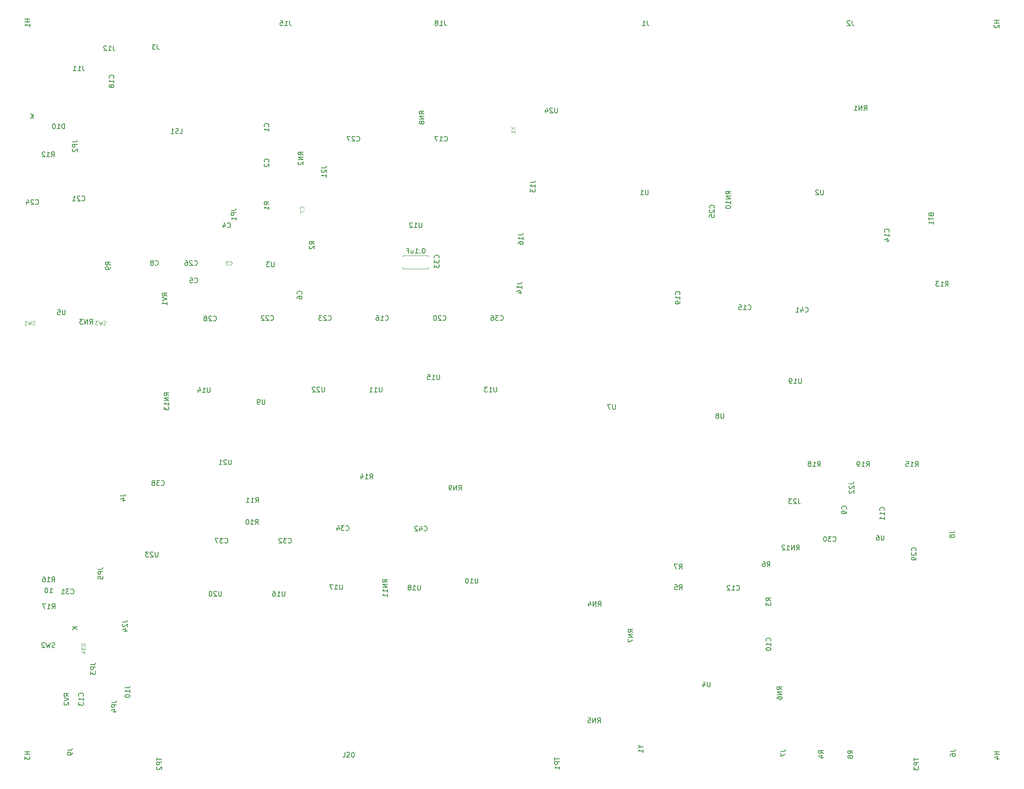
<source format=gbr>
%TF.GenerationSoftware,KiCad,Pcbnew,(6.0.11)*%
%TF.CreationDate,2024-01-15T12:10:07-05:00*%
%TF.ProjectId,SAB80535-Dev-Board,53414238-3035-4333-952d-4465762d426f,rev?*%
%TF.SameCoordinates,Original*%
%TF.FileFunction,Legend,Bot*%
%TF.FilePolarity,Positive*%
%FSLAX46Y46*%
G04 Gerber Fmt 4.6, Leading zero omitted, Abs format (unit mm)*
G04 Created by KiCad (PCBNEW (6.0.11)) date 2024-01-15 12:10:07*
%MOMM*%
%LPD*%
G01*
G04 APERTURE LIST*
%ADD10C,0.150000*%
%ADD11C,0.114000*%
%ADD12C,0.120000*%
G04 APERTURE END LIST*
D10*
%TO.C,U17*%
X115208095Y-160037380D02*
X115208095Y-160846904D01*
X115160476Y-160942142D01*
X115112857Y-160989761D01*
X115017619Y-161037380D01*
X114827142Y-161037380D01*
X114731904Y-160989761D01*
X114684285Y-160942142D01*
X114636666Y-160846904D01*
X114636666Y-160037380D01*
X113636666Y-161037380D02*
X114208095Y-161037380D01*
X113922380Y-161037380D02*
X113922380Y-160037380D01*
X114017619Y-160180238D01*
X114112857Y-160275476D01*
X114208095Y-160323095D01*
X113303333Y-160037380D02*
X112636666Y-160037380D01*
X113065238Y-161037380D01*
%TO.C,R3*%
X202952380Y-163333333D02*
X202476190Y-163000000D01*
X202952380Y-162761904D02*
X201952380Y-162761904D01*
X201952380Y-163142857D01*
X202000000Y-163238095D01*
X202047619Y-163285714D01*
X202142857Y-163333333D01*
X202285714Y-163333333D01*
X202380952Y-163285714D01*
X202428571Y-163238095D01*
X202476190Y-163142857D01*
X202476190Y-162761904D01*
X201952380Y-163666666D02*
X201952380Y-164285714D01*
X202333333Y-163952380D01*
X202333333Y-164095238D01*
X202380952Y-164190476D01*
X202428571Y-164238095D01*
X202523809Y-164285714D01*
X202761904Y-164285714D01*
X202857142Y-164238095D01*
X202904761Y-164190476D01*
X202952380Y-164095238D01*
X202952380Y-163809523D01*
X202904761Y-163714285D01*
X202857142Y-163666666D01*
%TO.C,U15*%
X135123095Y-117042380D02*
X135123095Y-117851904D01*
X135075476Y-117947142D01*
X135027857Y-117994761D01*
X134932619Y-118042380D01*
X134742142Y-118042380D01*
X134646904Y-117994761D01*
X134599285Y-117947142D01*
X134551666Y-117851904D01*
X134551666Y-117042380D01*
X133551666Y-118042380D02*
X134123095Y-118042380D01*
X133837380Y-118042380D02*
X133837380Y-117042380D01*
X133932619Y-117185238D01*
X134027857Y-117280476D01*
X134123095Y-117328095D01*
X132646904Y-117042380D02*
X133123095Y-117042380D01*
X133170714Y-117518571D01*
X133123095Y-117470952D01*
X133027857Y-117423333D01*
X132789761Y-117423333D01*
X132694523Y-117470952D01*
X132646904Y-117518571D01*
X132599285Y-117613809D01*
X132599285Y-117851904D01*
X132646904Y-117947142D01*
X132694523Y-117994761D01*
X132789761Y-118042380D01*
X133027857Y-118042380D01*
X133123095Y-117994761D01*
X133170714Y-117947142D01*
%TO.C,U4*%
X190506904Y-179937380D02*
X190506904Y-180746904D01*
X190459285Y-180842142D01*
X190411666Y-180889761D01*
X190316428Y-180937380D01*
X190125952Y-180937380D01*
X190030714Y-180889761D01*
X189983095Y-180842142D01*
X189935476Y-180746904D01*
X189935476Y-179937380D01*
X189030714Y-180270714D02*
X189030714Y-180937380D01*
X189268809Y-179889761D02*
X189506904Y-180604047D01*
X188887857Y-180604047D01*
%TO.C,RN3*%
X63490476Y-106702380D02*
X63823809Y-106226190D01*
X64061904Y-106702380D02*
X64061904Y-105702380D01*
X63680952Y-105702380D01*
X63585714Y-105750000D01*
X63538095Y-105797619D01*
X63490476Y-105892857D01*
X63490476Y-106035714D01*
X63538095Y-106130952D01*
X63585714Y-106178571D01*
X63680952Y-106226190D01*
X64061904Y-106226190D01*
X63061904Y-106702380D02*
X63061904Y-105702380D01*
X62490476Y-106702380D01*
X62490476Y-105702380D01*
X62109523Y-105702380D02*
X61490476Y-105702380D01*
X61823809Y-106083333D01*
X61680952Y-106083333D01*
X61585714Y-106130952D01*
X61538095Y-106178571D01*
X61490476Y-106273809D01*
X61490476Y-106511904D01*
X61538095Y-106607142D01*
X61585714Y-106654761D01*
X61680952Y-106702380D01*
X61966666Y-106702380D01*
X62061904Y-106654761D01*
X62109523Y-106607142D01*
%TO.C,R12*%
X55642857Y-72452380D02*
X55976190Y-71976190D01*
X56214285Y-72452380D02*
X56214285Y-71452380D01*
X55833333Y-71452380D01*
X55738095Y-71500000D01*
X55690476Y-71547619D01*
X55642857Y-71642857D01*
X55642857Y-71785714D01*
X55690476Y-71880952D01*
X55738095Y-71928571D01*
X55833333Y-71976190D01*
X56214285Y-71976190D01*
X54690476Y-72452380D02*
X55261904Y-72452380D01*
X54976190Y-72452380D02*
X54976190Y-71452380D01*
X55071428Y-71595238D01*
X55166666Y-71690476D01*
X55261904Y-71738095D01*
X54309523Y-71547619D02*
X54261904Y-71500000D01*
X54166666Y-71452380D01*
X53928571Y-71452380D01*
X53833333Y-71500000D01*
X53785714Y-71547619D01*
X53738095Y-71642857D01*
X53738095Y-71738095D01*
X53785714Y-71880952D01*
X54357142Y-72452380D01*
X53738095Y-72452380D01*
%TO.C,C15*%
X198262857Y-103657142D02*
X198310476Y-103704761D01*
X198453333Y-103752380D01*
X198548571Y-103752380D01*
X198691428Y-103704761D01*
X198786666Y-103609523D01*
X198834285Y-103514285D01*
X198881904Y-103323809D01*
X198881904Y-103180952D01*
X198834285Y-102990476D01*
X198786666Y-102895238D01*
X198691428Y-102800000D01*
X198548571Y-102752380D01*
X198453333Y-102752380D01*
X198310476Y-102800000D01*
X198262857Y-102847619D01*
X197310476Y-103752380D02*
X197881904Y-103752380D01*
X197596190Y-103752380D02*
X197596190Y-102752380D01*
X197691428Y-102895238D01*
X197786666Y-102990476D01*
X197881904Y-103038095D01*
X196405714Y-102752380D02*
X196881904Y-102752380D01*
X196929523Y-103228571D01*
X196881904Y-103180952D01*
X196786666Y-103133333D01*
X196548571Y-103133333D01*
X196453333Y-103180952D01*
X196405714Y-103228571D01*
X196358095Y-103323809D01*
X196358095Y-103561904D01*
X196405714Y-103657142D01*
X196453333Y-103704761D01*
X196548571Y-103752380D01*
X196786666Y-103752380D01*
X196881904Y-103704761D01*
X196929523Y-103657142D01*
%TO.C,J7*%
X204952380Y-194166666D02*
X205666666Y-194166666D01*
X205809523Y-194119047D01*
X205904761Y-194023809D01*
X205952380Y-193880952D01*
X205952380Y-193785714D01*
X204952380Y-194547619D02*
X204952380Y-195214285D01*
X205952380Y-194785714D01*
%TO.C,C24*%
X52392869Y-82107142D02*
X52440488Y-82154761D01*
X52583345Y-82202380D01*
X52678583Y-82202380D01*
X52821440Y-82154761D01*
X52916678Y-82059523D01*
X52964297Y-81964285D01*
X53011916Y-81773809D01*
X53011916Y-81630952D01*
X52964297Y-81440476D01*
X52916678Y-81345238D01*
X52821440Y-81250000D01*
X52678583Y-81202380D01*
X52583345Y-81202380D01*
X52440488Y-81250000D01*
X52392869Y-81297619D01*
X52011916Y-81297619D02*
X51964297Y-81250000D01*
X51869059Y-81202380D01*
X51630964Y-81202380D01*
X51535726Y-81250000D01*
X51488107Y-81297619D01*
X51440488Y-81392857D01*
X51440488Y-81488095D01*
X51488107Y-81630952D01*
X52059535Y-82202380D01*
X51440488Y-82202380D01*
X50583345Y-81535714D02*
X50583345Y-82202380D01*
X50821440Y-81154761D02*
X51059535Y-81869047D01*
X50440488Y-81869047D01*
%TO.C,RN6*%
X205202380Y-181559523D02*
X204726190Y-181226190D01*
X205202380Y-180988095D02*
X204202380Y-180988095D01*
X204202380Y-181369047D01*
X204250000Y-181464285D01*
X204297619Y-181511904D01*
X204392857Y-181559523D01*
X204535714Y-181559523D01*
X204630952Y-181511904D01*
X204678571Y-181464285D01*
X204726190Y-181369047D01*
X204726190Y-180988095D01*
X205202380Y-181988095D02*
X204202380Y-181988095D01*
X205202380Y-182559523D01*
X204202380Y-182559523D01*
X204202380Y-183464285D02*
X204202380Y-183273809D01*
X204250000Y-183178571D01*
X204297619Y-183130952D01*
X204440476Y-183035714D01*
X204630952Y-182988095D01*
X205011904Y-182988095D01*
X205107142Y-183035714D01*
X205154761Y-183083333D01*
X205202380Y-183178571D01*
X205202380Y-183369047D01*
X205154761Y-183464285D01*
X205107142Y-183511904D01*
X205011904Y-183559523D01*
X204773809Y-183559523D01*
X204678571Y-183511904D01*
X204630952Y-183464285D01*
X204583333Y-183369047D01*
X204583333Y-183178571D01*
X204630952Y-183083333D01*
X204678571Y-183035714D01*
X204773809Y-182988095D01*
%TO.C,RN13*%
X79702380Y-121333333D02*
X79226190Y-121000000D01*
X79702380Y-120761904D02*
X78702380Y-120761904D01*
X78702380Y-121142857D01*
X78750000Y-121238095D01*
X78797619Y-121285714D01*
X78892857Y-121333333D01*
X79035714Y-121333333D01*
X79130952Y-121285714D01*
X79178571Y-121238095D01*
X79226190Y-121142857D01*
X79226190Y-120761904D01*
X79702380Y-121761904D02*
X78702380Y-121761904D01*
X79702380Y-122333333D01*
X78702380Y-122333333D01*
X79702380Y-123333333D02*
X79702380Y-122761904D01*
X79702380Y-123047619D02*
X78702380Y-123047619D01*
X78845238Y-122952380D01*
X78940476Y-122857142D01*
X78988095Y-122761904D01*
X78702380Y-123666666D02*
X78702380Y-124285714D01*
X79083333Y-123952380D01*
X79083333Y-124095238D01*
X79130952Y-124190476D01*
X79178571Y-124238095D01*
X79273809Y-124285714D01*
X79511904Y-124285714D01*
X79607142Y-124238095D01*
X79654761Y-124190476D01*
X79702380Y-124095238D01*
X79702380Y-123809523D01*
X79654761Y-123714285D01*
X79607142Y-123666666D01*
%TO.C,C27*%
X118142857Y-69157142D02*
X118190476Y-69204761D01*
X118333333Y-69252380D01*
X118428571Y-69252380D01*
X118571428Y-69204761D01*
X118666666Y-69109523D01*
X118714285Y-69014285D01*
X118761904Y-68823809D01*
X118761904Y-68680952D01*
X118714285Y-68490476D01*
X118666666Y-68395238D01*
X118571428Y-68300000D01*
X118428571Y-68252380D01*
X118333333Y-68252380D01*
X118190476Y-68300000D01*
X118142857Y-68347619D01*
X117761904Y-68347619D02*
X117714285Y-68300000D01*
X117619047Y-68252380D01*
X117380952Y-68252380D01*
X117285714Y-68300000D01*
X117238095Y-68347619D01*
X117190476Y-68442857D01*
X117190476Y-68538095D01*
X117238095Y-68680952D01*
X117809523Y-69252380D01*
X117190476Y-69252380D01*
X116857142Y-68252380D02*
X116190476Y-68252380D01*
X116619047Y-69252380D01*
%TO.C,C22*%
X100517857Y-105857142D02*
X100565476Y-105904761D01*
X100708333Y-105952380D01*
X100803571Y-105952380D01*
X100946428Y-105904761D01*
X101041666Y-105809523D01*
X101089285Y-105714285D01*
X101136904Y-105523809D01*
X101136904Y-105380952D01*
X101089285Y-105190476D01*
X101041666Y-105095238D01*
X100946428Y-105000000D01*
X100803571Y-104952380D01*
X100708333Y-104952380D01*
X100565476Y-105000000D01*
X100517857Y-105047619D01*
X100136904Y-105047619D02*
X100089285Y-105000000D01*
X99994047Y-104952380D01*
X99755952Y-104952380D01*
X99660714Y-105000000D01*
X99613095Y-105047619D01*
X99565476Y-105142857D01*
X99565476Y-105238095D01*
X99613095Y-105380952D01*
X100184523Y-105952380D01*
X99565476Y-105952380D01*
X99184523Y-105047619D02*
X99136904Y-105000000D01*
X99041666Y-104952380D01*
X98803571Y-104952380D01*
X98708333Y-105000000D01*
X98660714Y-105047619D01*
X98613095Y-105142857D01*
X98613095Y-105238095D01*
X98660714Y-105380952D01*
X99232142Y-105952380D01*
X98613095Y-105952380D01*
%TO.C,RN2*%
X107202380Y-72059523D02*
X106726190Y-71726190D01*
X107202380Y-71488095D02*
X106202380Y-71488095D01*
X106202380Y-71869047D01*
X106250000Y-71964285D01*
X106297619Y-72011904D01*
X106392857Y-72059523D01*
X106535714Y-72059523D01*
X106630952Y-72011904D01*
X106678571Y-71964285D01*
X106726190Y-71869047D01*
X106726190Y-71488095D01*
X107202380Y-72488095D02*
X106202380Y-72488095D01*
X107202380Y-73059523D01*
X106202380Y-73059523D01*
X106297619Y-73488095D02*
X106250000Y-73535714D01*
X106202380Y-73630952D01*
X106202380Y-73869047D01*
X106250000Y-73964285D01*
X106297619Y-74011904D01*
X106392857Y-74059523D01*
X106488095Y-74059523D01*
X106630952Y-74011904D01*
X107202380Y-73440476D01*
X107202380Y-74059523D01*
%TO.C,J12*%
X68314523Y-49702380D02*
X68314523Y-50416666D01*
X68362142Y-50559523D01*
X68457380Y-50654761D01*
X68600238Y-50702380D01*
X68695476Y-50702380D01*
X67314523Y-50702380D02*
X67885952Y-50702380D01*
X67600238Y-50702380D02*
X67600238Y-49702380D01*
X67695476Y-49845238D01*
X67790714Y-49940476D01*
X67885952Y-49988095D01*
X66933571Y-49797619D02*
X66885952Y-49750000D01*
X66790714Y-49702380D01*
X66552619Y-49702380D01*
X66457380Y-49750000D01*
X66409761Y-49797619D01*
X66362142Y-49892857D01*
X66362142Y-49988095D01*
X66409761Y-50130952D01*
X66981190Y-50702380D01*
X66362142Y-50702380D01*
%TO.C,J6*%
X239702380Y-194181666D02*
X240416666Y-194181666D01*
X240559523Y-194134047D01*
X240654761Y-194038809D01*
X240702380Y-193895952D01*
X240702380Y-193800714D01*
X239702380Y-195086428D02*
X239702380Y-194895952D01*
X239750000Y-194800714D01*
X239797619Y-194753095D01*
X239940476Y-194657857D01*
X240130952Y-194610238D01*
X240511904Y-194610238D01*
X240607142Y-194657857D01*
X240654761Y-194705476D01*
X240702380Y-194800714D01*
X240702380Y-194991190D01*
X240654761Y-195086428D01*
X240607142Y-195134047D01*
X240511904Y-195181666D01*
X240273809Y-195181666D01*
X240178571Y-195134047D01*
X240130952Y-195086428D01*
X240083333Y-194991190D01*
X240083333Y-194800714D01*
X240130952Y-194705476D01*
X240178571Y-194657857D01*
X240273809Y-194610238D01*
%TO.C,R5*%
X184166666Y-161077380D02*
X184500000Y-160601190D01*
X184738095Y-161077380D02*
X184738095Y-160077380D01*
X184357142Y-160077380D01*
X184261904Y-160125000D01*
X184214285Y-160172619D01*
X184166666Y-160267857D01*
X184166666Y-160410714D01*
X184214285Y-160505952D01*
X184261904Y-160553571D01*
X184357142Y-160601190D01*
X184738095Y-160601190D01*
X183261904Y-160077380D02*
X183738095Y-160077380D01*
X183785714Y-160553571D01*
X183738095Y-160505952D01*
X183642857Y-160458333D01*
X183404761Y-160458333D01*
X183309523Y-160505952D01*
X183261904Y-160553571D01*
X183214285Y-160648809D01*
X183214285Y-160886904D01*
X183261904Y-160982142D01*
X183309523Y-161029761D01*
X183404761Y-161077380D01*
X183642857Y-161077380D01*
X183738095Y-161029761D01*
X183785714Y-160982142D01*
%TO.C,RN11*%
X124452380Y-159583333D02*
X123976190Y-159250000D01*
X124452380Y-159011904D02*
X123452380Y-159011904D01*
X123452380Y-159392857D01*
X123500000Y-159488095D01*
X123547619Y-159535714D01*
X123642857Y-159583333D01*
X123785714Y-159583333D01*
X123880952Y-159535714D01*
X123928571Y-159488095D01*
X123976190Y-159392857D01*
X123976190Y-159011904D01*
X124452380Y-160011904D02*
X123452380Y-160011904D01*
X124452380Y-160583333D01*
X123452380Y-160583333D01*
X124452380Y-161583333D02*
X124452380Y-161011904D01*
X124452380Y-161297619D02*
X123452380Y-161297619D01*
X123595238Y-161202380D01*
X123690476Y-161107142D01*
X123738095Y-161011904D01*
X124452380Y-162535714D02*
X124452380Y-161964285D01*
X124452380Y-162250000D02*
X123452380Y-162250000D01*
X123595238Y-162154761D01*
X123690476Y-162059523D01*
X123738095Y-161964285D01*
%TO.C,J13*%
X153702380Y-77690476D02*
X154416666Y-77690476D01*
X154559523Y-77642857D01*
X154654761Y-77547619D01*
X154702380Y-77404761D01*
X154702380Y-77309523D01*
X154702380Y-78690476D02*
X154702380Y-78119047D01*
X154702380Y-78404761D02*
X153702380Y-78404761D01*
X153845238Y-78309523D01*
X153940476Y-78214285D01*
X153988095Y-78119047D01*
X153702380Y-79023809D02*
X153702380Y-79642857D01*
X154083333Y-79309523D01*
X154083333Y-79452380D01*
X154130952Y-79547619D01*
X154178571Y-79595238D01*
X154273809Y-79642857D01*
X154511904Y-79642857D01*
X154607142Y-79595238D01*
X154654761Y-79547619D01*
X154702380Y-79452380D01*
X154702380Y-79166666D01*
X154654761Y-79071428D01*
X154607142Y-79023809D01*
%TO.C,R11*%
X97452857Y-143202380D02*
X97786190Y-142726190D01*
X98024285Y-143202380D02*
X98024285Y-142202380D01*
X97643333Y-142202380D01*
X97548095Y-142250000D01*
X97500476Y-142297619D01*
X97452857Y-142392857D01*
X97452857Y-142535714D01*
X97500476Y-142630952D01*
X97548095Y-142678571D01*
X97643333Y-142726190D01*
X98024285Y-142726190D01*
X96500476Y-143202380D02*
X97071904Y-143202380D01*
X96786190Y-143202380D02*
X96786190Y-142202380D01*
X96881428Y-142345238D01*
X96976666Y-142440476D01*
X97071904Y-142488095D01*
X95548095Y-143202380D02*
X96119523Y-143202380D01*
X95833809Y-143202380D02*
X95833809Y-142202380D01*
X95929047Y-142345238D01*
X96024285Y-142440476D01*
X96119523Y-142488095D01*
%TO.C,J24*%
X70202380Y-167690476D02*
X70916666Y-167690476D01*
X71059523Y-167642857D01*
X71154761Y-167547619D01*
X71202380Y-167404761D01*
X71202380Y-167309523D01*
X70297619Y-168119047D02*
X70250000Y-168166666D01*
X70202380Y-168261904D01*
X70202380Y-168500000D01*
X70250000Y-168595238D01*
X70297619Y-168642857D01*
X70392857Y-168690476D01*
X70488095Y-168690476D01*
X70630952Y-168642857D01*
X71202380Y-168071428D01*
X71202380Y-168690476D01*
X70535714Y-169547619D02*
X71202380Y-169547619D01*
X70154761Y-169309523D02*
X70869047Y-169071428D01*
X70869047Y-169690476D01*
%TO.C,J8*%
X239542380Y-149416666D02*
X240256666Y-149416666D01*
X240399523Y-149369047D01*
X240494761Y-149273809D01*
X240542380Y-149130952D01*
X240542380Y-149035714D01*
X239970952Y-150035714D02*
X239923333Y-149940476D01*
X239875714Y-149892857D01*
X239780476Y-149845238D01*
X239732857Y-149845238D01*
X239637619Y-149892857D01*
X239590000Y-149940476D01*
X239542380Y-150035714D01*
X239542380Y-150226190D01*
X239590000Y-150321428D01*
X239637619Y-150369047D01*
X239732857Y-150416666D01*
X239780476Y-150416666D01*
X239875714Y-150369047D01*
X239923333Y-150321428D01*
X239970952Y-150226190D01*
X239970952Y-150035714D01*
X240018571Y-149940476D01*
X240066190Y-149892857D01*
X240161428Y-149845238D01*
X240351904Y-149845238D01*
X240447142Y-149892857D01*
X240494761Y-149940476D01*
X240542380Y-150035714D01*
X240542380Y-150226190D01*
X240494761Y-150321428D01*
X240447142Y-150369047D01*
X240351904Y-150416666D01*
X240161428Y-150416666D01*
X240066190Y-150369047D01*
X240018571Y-150321428D01*
X239970952Y-150226190D01*
%TO.C,J4*%
X69802944Y-141888241D02*
X70517230Y-141888241D01*
X70660087Y-141840622D01*
X70755325Y-141745384D01*
X70802944Y-141602527D01*
X70802944Y-141507289D01*
X70136278Y-142793003D02*
X70802944Y-142793003D01*
X69755325Y-142554908D02*
X70469611Y-142316813D01*
X70469611Y-142935860D01*
%TO.C,U9*%
X99346904Y-122122380D02*
X99346904Y-122931904D01*
X99299285Y-123027142D01*
X99251666Y-123074761D01*
X99156428Y-123122380D01*
X98965952Y-123122380D01*
X98870714Y-123074761D01*
X98823095Y-123027142D01*
X98775476Y-122931904D01*
X98775476Y-122122380D01*
X98251666Y-123122380D02*
X98061190Y-123122380D01*
X97965952Y-123074761D01*
X97918333Y-123027142D01*
X97823095Y-122884285D01*
X97775476Y-122693809D01*
X97775476Y-122312857D01*
X97823095Y-122217619D01*
X97870714Y-122170000D01*
X97965952Y-122122380D01*
X98156428Y-122122380D01*
X98251666Y-122170000D01*
X98299285Y-122217619D01*
X98346904Y-122312857D01*
X98346904Y-122550952D01*
X98299285Y-122646190D01*
X98251666Y-122693809D01*
X98156428Y-122741428D01*
X97965952Y-122741428D01*
X97870714Y-122693809D01*
X97823095Y-122646190D01*
X97775476Y-122550952D01*
%TO.C,R10*%
X97392857Y-147702380D02*
X97726190Y-147226190D01*
X97964285Y-147702380D02*
X97964285Y-146702380D01*
X97583333Y-146702380D01*
X97488095Y-146750000D01*
X97440476Y-146797619D01*
X97392857Y-146892857D01*
X97392857Y-147035714D01*
X97440476Y-147130952D01*
X97488095Y-147178571D01*
X97583333Y-147226190D01*
X97964285Y-147226190D01*
X96440476Y-147702380D02*
X97011904Y-147702380D01*
X96726190Y-147702380D02*
X96726190Y-146702380D01*
X96821428Y-146845238D01*
X96916666Y-146940476D01*
X97011904Y-146988095D01*
X95821428Y-146702380D02*
X95726190Y-146702380D01*
X95630952Y-146750000D01*
X95583333Y-146797619D01*
X95535714Y-146892857D01*
X95488095Y-147083333D01*
X95488095Y-147321428D01*
X95535714Y-147511904D01*
X95583333Y-147607142D01*
X95630952Y-147654761D01*
X95726190Y-147702380D01*
X95821428Y-147702380D01*
X95916666Y-147654761D01*
X95964285Y-147607142D01*
X96011904Y-147511904D01*
X96059523Y-147321428D01*
X96059523Y-147083333D01*
X96011904Y-146892857D01*
X95964285Y-146797619D01*
X95916666Y-146750000D01*
X95821428Y-146702380D01*
%TO.C,U12*%
X131488095Y-85952380D02*
X131488095Y-86761904D01*
X131440476Y-86857142D01*
X131392857Y-86904761D01*
X131297619Y-86952380D01*
X131107142Y-86952380D01*
X131011904Y-86904761D01*
X130964285Y-86857142D01*
X130916666Y-86761904D01*
X130916666Y-85952380D01*
X129916666Y-86952380D02*
X130488095Y-86952380D01*
X130202380Y-86952380D02*
X130202380Y-85952380D01*
X130297619Y-86095238D01*
X130392857Y-86190476D01*
X130488095Y-86238095D01*
X129535714Y-86047619D02*
X129488095Y-86000000D01*
X129392857Y-85952380D01*
X129154761Y-85952380D01*
X129059523Y-86000000D01*
X129011904Y-86047619D01*
X128964285Y-86142857D01*
X128964285Y-86238095D01*
X129011904Y-86380952D01*
X129583333Y-86952380D01*
X128964285Y-86952380D01*
%TO.C,U16*%
X103458095Y-161392380D02*
X103458095Y-162201904D01*
X103410476Y-162297142D01*
X103362857Y-162344761D01*
X103267619Y-162392380D01*
X103077142Y-162392380D01*
X102981904Y-162344761D01*
X102934285Y-162297142D01*
X102886666Y-162201904D01*
X102886666Y-161392380D01*
X101886666Y-162392380D02*
X102458095Y-162392380D01*
X102172380Y-162392380D02*
X102172380Y-161392380D01*
X102267619Y-161535238D01*
X102362857Y-161630476D01*
X102458095Y-161678095D01*
X101029523Y-161392380D02*
X101220000Y-161392380D01*
X101315238Y-161440000D01*
X101362857Y-161487619D01*
X101458095Y-161630476D01*
X101505714Y-161820952D01*
X101505714Y-162201904D01*
X101458095Y-162297142D01*
X101410476Y-162344761D01*
X101315238Y-162392380D01*
X101124761Y-162392380D01*
X101029523Y-162344761D01*
X100981904Y-162297142D01*
X100934285Y-162201904D01*
X100934285Y-161963809D01*
X100981904Y-161868571D01*
X101029523Y-161820952D01*
X101124761Y-161773333D01*
X101315238Y-161773333D01*
X101410476Y-161820952D01*
X101458095Y-161868571D01*
X101505714Y-161963809D01*
%TO.C,U11*%
X123323095Y-119582380D02*
X123323095Y-120391904D01*
X123275476Y-120487142D01*
X123227857Y-120534761D01*
X123132619Y-120582380D01*
X122942142Y-120582380D01*
X122846904Y-120534761D01*
X122799285Y-120487142D01*
X122751666Y-120391904D01*
X122751666Y-119582380D01*
X121751666Y-120582380D02*
X122323095Y-120582380D01*
X122037380Y-120582380D02*
X122037380Y-119582380D01*
X122132619Y-119725238D01*
X122227857Y-119820476D01*
X122323095Y-119868095D01*
X120799285Y-120582380D02*
X121370714Y-120582380D01*
X121085000Y-120582380D02*
X121085000Y-119582380D01*
X121180238Y-119725238D01*
X121275476Y-119820476D01*
X121370714Y-119868095D01*
%TO.C,J2*%
X219563333Y-44569880D02*
X219563333Y-45284166D01*
X219610952Y-45427023D01*
X219706190Y-45522261D01*
X219849047Y-45569880D01*
X219944285Y-45569880D01*
X219134761Y-44665119D02*
X219087142Y-44617500D01*
X218991904Y-44569880D01*
X218753809Y-44569880D01*
X218658571Y-44617500D01*
X218610952Y-44665119D01*
X218563333Y-44760357D01*
X218563333Y-44855595D01*
X218610952Y-44998452D01*
X219182380Y-45569880D01*
X218563333Y-45569880D01*
%TO.C,RN12*%
X208166666Y-152952380D02*
X208500000Y-152476190D01*
X208738095Y-152952380D02*
X208738095Y-151952380D01*
X208357142Y-151952380D01*
X208261904Y-152000000D01*
X208214285Y-152047619D01*
X208166666Y-152142857D01*
X208166666Y-152285714D01*
X208214285Y-152380952D01*
X208261904Y-152428571D01*
X208357142Y-152476190D01*
X208738095Y-152476190D01*
X207738095Y-152952380D02*
X207738095Y-151952380D01*
X207166666Y-152952380D01*
X207166666Y-151952380D01*
X206166666Y-152952380D02*
X206738095Y-152952380D01*
X206452380Y-152952380D02*
X206452380Y-151952380D01*
X206547619Y-152095238D01*
X206642857Y-152190476D01*
X206738095Y-152238095D01*
X205785714Y-152047619D02*
X205738095Y-152000000D01*
X205642857Y-151952380D01*
X205404761Y-151952380D01*
X205309523Y-152000000D01*
X205261904Y-152047619D01*
X205214285Y-152142857D01*
X205214285Y-152238095D01*
X205261904Y-152380952D01*
X205833333Y-152952380D01*
X205214285Y-152952380D01*
%TO.C,RN10*%
X194702380Y-80083333D02*
X194226190Y-79750000D01*
X194702380Y-79511904D02*
X193702380Y-79511904D01*
X193702380Y-79892857D01*
X193750000Y-79988095D01*
X193797619Y-80035714D01*
X193892857Y-80083333D01*
X194035714Y-80083333D01*
X194130952Y-80035714D01*
X194178571Y-79988095D01*
X194226190Y-79892857D01*
X194226190Y-79511904D01*
X194702380Y-80511904D02*
X193702380Y-80511904D01*
X194702380Y-81083333D01*
X193702380Y-81083333D01*
X194702380Y-82083333D02*
X194702380Y-81511904D01*
X194702380Y-81797619D02*
X193702380Y-81797619D01*
X193845238Y-81702380D01*
X193940476Y-81607142D01*
X193988095Y-81511904D01*
X193702380Y-82702380D02*
X193702380Y-82797619D01*
X193750000Y-82892857D01*
X193797619Y-82940476D01*
X193892857Y-82988095D01*
X194083333Y-83035714D01*
X194321428Y-83035714D01*
X194511904Y-82988095D01*
X194607142Y-82940476D01*
X194654761Y-82892857D01*
X194702380Y-82797619D01*
X194702380Y-82702380D01*
X194654761Y-82607142D01*
X194607142Y-82559523D01*
X194511904Y-82511904D01*
X194321428Y-82464285D01*
X194083333Y-82464285D01*
X193892857Y-82511904D01*
X193797619Y-82559523D01*
X193750000Y-82607142D01*
X193702380Y-82702380D01*
%TO.C,R17*%
X55792857Y-164952380D02*
X56126190Y-164476190D01*
X56364285Y-164952380D02*
X56364285Y-163952380D01*
X55983333Y-163952380D01*
X55888095Y-164000000D01*
X55840476Y-164047619D01*
X55792857Y-164142857D01*
X55792857Y-164285714D01*
X55840476Y-164380952D01*
X55888095Y-164428571D01*
X55983333Y-164476190D01*
X56364285Y-164476190D01*
X54840476Y-164952380D02*
X55411904Y-164952380D01*
X55126190Y-164952380D02*
X55126190Y-163952380D01*
X55221428Y-164095238D01*
X55316666Y-164190476D01*
X55411904Y-164238095D01*
X54507142Y-163952380D02*
X53840476Y-163952380D01*
X54269047Y-164952380D01*
%TO.C,RN8*%
X131952380Y-63709523D02*
X131476190Y-63376190D01*
X131952380Y-63138095D02*
X130952380Y-63138095D01*
X130952380Y-63519047D01*
X131000000Y-63614285D01*
X131047619Y-63661904D01*
X131142857Y-63709523D01*
X131285714Y-63709523D01*
X131380952Y-63661904D01*
X131428571Y-63614285D01*
X131476190Y-63519047D01*
X131476190Y-63138095D01*
X131952380Y-64138095D02*
X130952380Y-64138095D01*
X131952380Y-64709523D01*
X130952380Y-64709523D01*
X131380952Y-65328571D02*
X131333333Y-65233333D01*
X131285714Y-65185714D01*
X131190476Y-65138095D01*
X131142857Y-65138095D01*
X131047619Y-65185714D01*
X131000000Y-65233333D01*
X130952380Y-65328571D01*
X130952380Y-65519047D01*
X131000000Y-65614285D01*
X131047619Y-65661904D01*
X131142857Y-65709523D01*
X131190476Y-65709523D01*
X131285714Y-65661904D01*
X131333333Y-65614285D01*
X131380952Y-65519047D01*
X131380952Y-65328571D01*
X131428571Y-65233333D01*
X131476190Y-65185714D01*
X131571428Y-65138095D01*
X131761904Y-65138095D01*
X131857142Y-65185714D01*
X131904761Y-65233333D01*
X131952380Y-65328571D01*
X131952380Y-65519047D01*
X131904761Y-65614285D01*
X131857142Y-65661904D01*
X131761904Y-65709523D01*
X131571428Y-65709523D01*
X131476190Y-65661904D01*
X131428571Y-65614285D01*
X131380952Y-65519047D01*
%TO.C,R9*%
X67702380Y-94583333D02*
X67226190Y-94250000D01*
X67702380Y-94011904D02*
X66702380Y-94011904D01*
X66702380Y-94392857D01*
X66750000Y-94488095D01*
X66797619Y-94535714D01*
X66892857Y-94583333D01*
X67035714Y-94583333D01*
X67130952Y-94535714D01*
X67178571Y-94488095D01*
X67226190Y-94392857D01*
X67226190Y-94011904D01*
X67702380Y-95059523D02*
X67702380Y-95250000D01*
X67654761Y-95345238D01*
X67607142Y-95392857D01*
X67464285Y-95488095D01*
X67273809Y-95535714D01*
X66892857Y-95535714D01*
X66797619Y-95488095D01*
X66750000Y-95440476D01*
X66702380Y-95345238D01*
X66702380Y-95154761D01*
X66750000Y-95059523D01*
X66797619Y-95011904D01*
X66892857Y-94964285D01*
X67130952Y-94964285D01*
X67226190Y-95011904D01*
X67273809Y-95059523D01*
X67321428Y-95154761D01*
X67321428Y-95345238D01*
X67273809Y-95440476D01*
X67226190Y-95488095D01*
X67130952Y-95535714D01*
D11*
%TO.C,C7*%
X107271428Y-83123333D02*
X107307619Y-83087142D01*
X107343809Y-82978571D01*
X107343809Y-82906190D01*
X107307619Y-82797619D01*
X107235238Y-82725238D01*
X107162857Y-82689047D01*
X107018095Y-82652857D01*
X106909523Y-82652857D01*
X106764761Y-82689047D01*
X106692380Y-82725238D01*
X106620000Y-82797619D01*
X106583809Y-82906190D01*
X106583809Y-82978571D01*
X106620000Y-83087142D01*
X106656190Y-83123333D01*
X106583809Y-83376666D02*
X106583809Y-83883333D01*
X107343809Y-83557619D01*
D12*
%TO.C,SW3*%
X66816666Y-106823809D02*
X66702380Y-106861904D01*
X66511904Y-106861904D01*
X66435714Y-106823809D01*
X66397619Y-106785714D01*
X66359523Y-106709523D01*
X66359523Y-106633333D01*
X66397619Y-106557142D01*
X66435714Y-106519047D01*
X66511904Y-106480952D01*
X66664285Y-106442857D01*
X66740476Y-106404761D01*
X66778571Y-106366666D01*
X66816666Y-106290476D01*
X66816666Y-106214285D01*
X66778571Y-106138095D01*
X66740476Y-106100000D01*
X66664285Y-106061904D01*
X66473809Y-106061904D01*
X66359523Y-106100000D01*
X66092857Y-106061904D02*
X65902380Y-106861904D01*
X65750000Y-106290476D01*
X65597619Y-106861904D01*
X65407142Y-106061904D01*
X65178571Y-106061904D02*
X64683333Y-106061904D01*
X64950000Y-106366666D01*
X64835714Y-106366666D01*
X64759523Y-106404761D01*
X64721428Y-106442857D01*
X64683333Y-106519047D01*
X64683333Y-106709523D01*
X64721428Y-106785714D01*
X64759523Y-106823809D01*
X64835714Y-106861904D01*
X65064285Y-106861904D01*
X65140476Y-106823809D01*
X65178571Y-106785714D01*
D10*
%TO.C,C13*%
X62107142Y-182857142D02*
X62154761Y-182809523D01*
X62202380Y-182666666D01*
X62202380Y-182571428D01*
X62154761Y-182428571D01*
X62059523Y-182333333D01*
X61964285Y-182285714D01*
X61773809Y-182238095D01*
X61630952Y-182238095D01*
X61440476Y-182285714D01*
X61345238Y-182333333D01*
X61250000Y-182428571D01*
X61202380Y-182571428D01*
X61202380Y-182666666D01*
X61250000Y-182809523D01*
X61297619Y-182857142D01*
X62202380Y-183809523D02*
X62202380Y-183238095D01*
X62202380Y-183523809D02*
X61202380Y-183523809D01*
X61345238Y-183428571D01*
X61440476Y-183333333D01*
X61488095Y-183238095D01*
X61202380Y-184142857D02*
X61202380Y-184761904D01*
X61583333Y-184428571D01*
X61583333Y-184571428D01*
X61630952Y-184666666D01*
X61678571Y-184714285D01*
X61773809Y-184761904D01*
X62011904Y-184761904D01*
X62107142Y-184714285D01*
X62154761Y-184666666D01*
X62202380Y-184571428D01*
X62202380Y-184285714D01*
X62154761Y-184190476D01*
X62107142Y-184142857D01*
%TO.C,D34*%
X60952380Y-168738095D02*
X59952380Y-168738095D01*
X60952380Y-169309523D02*
X60380952Y-168880952D01*
X59952380Y-169309523D02*
X60523809Y-168738095D01*
D12*
X62611904Y-172138571D02*
X61811904Y-172138571D01*
X61811904Y-172329047D01*
X61850000Y-172443333D01*
X61926190Y-172519523D01*
X62002380Y-172557619D01*
X62154761Y-172595714D01*
X62269047Y-172595714D01*
X62421428Y-172557619D01*
X62497619Y-172519523D01*
X62573809Y-172443333D01*
X62611904Y-172329047D01*
X62611904Y-172138571D01*
X61811904Y-172862380D02*
X61811904Y-173357619D01*
X62116666Y-173090952D01*
X62116666Y-173205238D01*
X62154761Y-173281428D01*
X62192857Y-173319523D01*
X62269047Y-173357619D01*
X62459523Y-173357619D01*
X62535714Y-173319523D01*
X62573809Y-173281428D01*
X62611904Y-173205238D01*
X62611904Y-172976666D01*
X62573809Y-172900476D01*
X62535714Y-172862380D01*
X62078571Y-174043333D02*
X62611904Y-174043333D01*
X61773809Y-173852857D02*
X62345238Y-173662380D01*
X62345238Y-174157619D01*
D10*
%TO.C,H1*%
X51202380Y-44238095D02*
X50202380Y-44238095D01*
X50678571Y-44238095D02*
X50678571Y-44809523D01*
X51202380Y-44809523D02*
X50202380Y-44809523D01*
X51202380Y-45809523D02*
X51202380Y-45238095D01*
X51202380Y-45523809D02*
X50202380Y-45523809D01*
X50345238Y-45428571D01*
X50440476Y-45333333D01*
X50488095Y-45238095D01*
%TO.C,C11*%
X226107121Y-144857142D02*
X226154740Y-144809523D01*
X226202359Y-144666666D01*
X226202359Y-144571428D01*
X226154740Y-144428571D01*
X226059502Y-144333333D01*
X225964264Y-144285714D01*
X225773788Y-144238095D01*
X225630931Y-144238095D01*
X225440455Y-144285714D01*
X225345217Y-144333333D01*
X225249979Y-144428571D01*
X225202359Y-144571428D01*
X225202359Y-144666666D01*
X225249979Y-144809523D01*
X225297598Y-144857142D01*
X226202359Y-145809523D02*
X226202359Y-145238095D01*
X226202359Y-145523809D02*
X225202359Y-145523809D01*
X225345217Y-145428571D01*
X225440455Y-145333333D01*
X225488074Y-145238095D01*
X226202359Y-146761904D02*
X226202359Y-146190476D01*
X226202359Y-146476190D02*
X225202359Y-146476190D01*
X225345217Y-146380952D01*
X225440455Y-146285714D01*
X225488074Y-146190476D01*
%TO.C,C29*%
X232607166Y-153107142D02*
X232654785Y-153059523D01*
X232702404Y-152916666D01*
X232702404Y-152821428D01*
X232654785Y-152678571D01*
X232559547Y-152583333D01*
X232464309Y-152535714D01*
X232273833Y-152488095D01*
X232130976Y-152488095D01*
X231940500Y-152535714D01*
X231845262Y-152583333D01*
X231750024Y-152678571D01*
X231702404Y-152821428D01*
X231702404Y-152916666D01*
X231750024Y-153059523D01*
X231797643Y-153107142D01*
X231797643Y-153488095D02*
X231750024Y-153535714D01*
X231702404Y-153630952D01*
X231702404Y-153869047D01*
X231750024Y-153964285D01*
X231797643Y-154011904D01*
X231892881Y-154059523D01*
X231988119Y-154059523D01*
X232130976Y-154011904D01*
X232702404Y-153440476D01*
X232702404Y-154059523D01*
X232702404Y-154535714D02*
X232702404Y-154726190D01*
X232654785Y-154821428D01*
X232607166Y-154869047D01*
X232464309Y-154964285D01*
X232273833Y-155011904D01*
X231892881Y-155011904D01*
X231797643Y-154964285D01*
X231750024Y-154916666D01*
X231702404Y-154821428D01*
X231702404Y-154630952D01*
X231750024Y-154535714D01*
X231797643Y-154488095D01*
X231892881Y-154440476D01*
X232130976Y-154440476D01*
X232226214Y-154488095D01*
X232273833Y-154535714D01*
X232321452Y-154630952D01*
X232321452Y-154821428D01*
X232273833Y-154916666D01*
X232226214Y-154964285D01*
X232130976Y-155011904D01*
D11*
%TO.C,C3*%
X92126666Y-94521428D02*
X92162857Y-94557619D01*
X92271428Y-94593809D01*
X92343809Y-94593809D01*
X92452380Y-94557619D01*
X92524761Y-94485238D01*
X92560952Y-94412857D01*
X92597142Y-94268095D01*
X92597142Y-94159523D01*
X92560952Y-94014761D01*
X92524761Y-93942380D01*
X92452380Y-93870000D01*
X92343809Y-93833809D01*
X92271428Y-93833809D01*
X92162857Y-93870000D01*
X92126666Y-93906190D01*
X91873333Y-93833809D02*
X91402857Y-93833809D01*
X91656190Y-94123333D01*
X91547619Y-94123333D01*
X91475238Y-94159523D01*
X91439047Y-94195714D01*
X91402857Y-94268095D01*
X91402857Y-94449047D01*
X91439047Y-94521428D01*
X91475238Y-94557619D01*
X91547619Y-94593809D01*
X91764761Y-94593809D01*
X91837142Y-94557619D01*
X91873333Y-94521428D01*
D10*
%TO.C,R6*%
X202166666Y-156352380D02*
X202500000Y-155876190D01*
X202738095Y-156352380D02*
X202738095Y-155352380D01*
X202357142Y-155352380D01*
X202261904Y-155400000D01*
X202214285Y-155447619D01*
X202166666Y-155542857D01*
X202166666Y-155685714D01*
X202214285Y-155780952D01*
X202261904Y-155828571D01*
X202357142Y-155876190D01*
X202738095Y-155876190D01*
X201309523Y-155352380D02*
X201500000Y-155352380D01*
X201595238Y-155400000D01*
X201642857Y-155447619D01*
X201738095Y-155590476D01*
X201785714Y-155780952D01*
X201785714Y-156161904D01*
X201738095Y-156257142D01*
X201690476Y-156304761D01*
X201595238Y-156352380D01*
X201404761Y-156352380D01*
X201309523Y-156304761D01*
X201261904Y-156257142D01*
X201214285Y-156161904D01*
X201214285Y-155923809D01*
X201261904Y-155828571D01*
X201309523Y-155780952D01*
X201404761Y-155733333D01*
X201595238Y-155733333D01*
X201690476Y-155780952D01*
X201738095Y-155828571D01*
X201785714Y-155923809D01*
%TO.C,TP2*%
X77202380Y-195488095D02*
X77202380Y-196059523D01*
X78202380Y-195773809D02*
X77202380Y-195773809D01*
X78202380Y-196392857D02*
X77202380Y-196392857D01*
X77202380Y-196773809D01*
X77250000Y-196869047D01*
X77297619Y-196916666D01*
X77392857Y-196964285D01*
X77535714Y-196964285D01*
X77630952Y-196916666D01*
X77678571Y-196869047D01*
X77726190Y-196773809D01*
X77726190Y-196392857D01*
X77297619Y-197345238D02*
X77250000Y-197392857D01*
X77202380Y-197488095D01*
X77202380Y-197726190D01*
X77250000Y-197821428D01*
X77297619Y-197869047D01*
X77392857Y-197916666D01*
X77488095Y-197916666D01*
X77630952Y-197869047D01*
X78202380Y-197297619D01*
X78202380Y-197916666D01*
%TO.C,C2*%
X100107142Y-73523333D02*
X100154761Y-73475714D01*
X100202380Y-73332857D01*
X100202380Y-73237619D01*
X100154761Y-73094761D01*
X100059523Y-72999523D01*
X99964285Y-72951904D01*
X99773809Y-72904285D01*
X99630952Y-72904285D01*
X99440476Y-72951904D01*
X99345238Y-72999523D01*
X99250000Y-73094761D01*
X99202380Y-73237619D01*
X99202380Y-73332857D01*
X99250000Y-73475714D01*
X99297619Y-73523333D01*
X99297619Y-73904285D02*
X99250000Y-73951904D01*
X99202380Y-74047142D01*
X99202380Y-74285238D01*
X99250000Y-74380476D01*
X99297619Y-74428095D01*
X99392857Y-74475714D01*
X99488095Y-74475714D01*
X99630952Y-74428095D01*
X100202380Y-73856666D01*
X100202380Y-74475714D01*
%TO.C,C5*%
X84966666Y-98157142D02*
X85014285Y-98204761D01*
X85157142Y-98252380D01*
X85252380Y-98252380D01*
X85395238Y-98204761D01*
X85490476Y-98109523D01*
X85538095Y-98014285D01*
X85585714Y-97823809D01*
X85585714Y-97680952D01*
X85538095Y-97490476D01*
X85490476Y-97395238D01*
X85395238Y-97300000D01*
X85252380Y-97252380D01*
X85157142Y-97252380D01*
X85014285Y-97300000D01*
X84966666Y-97347619D01*
X84061904Y-97252380D02*
X84538095Y-97252380D01*
X84585714Y-97728571D01*
X84538095Y-97680952D01*
X84442857Y-97633333D01*
X84204761Y-97633333D01*
X84109523Y-97680952D01*
X84061904Y-97728571D01*
X84014285Y-97823809D01*
X84014285Y-98061904D01*
X84061904Y-98157142D01*
X84109523Y-98204761D01*
X84204761Y-98252380D01*
X84442857Y-98252380D01*
X84538095Y-98204761D01*
X84585714Y-98157142D01*
%TO.C,RN5*%
X167500476Y-188342380D02*
X167833809Y-187866190D01*
X168071904Y-188342380D02*
X168071904Y-187342380D01*
X167690952Y-187342380D01*
X167595714Y-187390000D01*
X167548095Y-187437619D01*
X167500476Y-187532857D01*
X167500476Y-187675714D01*
X167548095Y-187770952D01*
X167595714Y-187818571D01*
X167690952Y-187866190D01*
X168071904Y-187866190D01*
X167071904Y-188342380D02*
X167071904Y-187342380D01*
X166500476Y-188342380D01*
X166500476Y-187342380D01*
X165548095Y-187342380D02*
X166024285Y-187342380D01*
X166071904Y-187818571D01*
X166024285Y-187770952D01*
X165929047Y-187723333D01*
X165690952Y-187723333D01*
X165595714Y-187770952D01*
X165548095Y-187818571D01*
X165500476Y-187913809D01*
X165500476Y-188151904D01*
X165548095Y-188247142D01*
X165595714Y-188294761D01*
X165690952Y-188342380D01*
X165929047Y-188342380D01*
X166024285Y-188294761D01*
X166071904Y-188247142D01*
%TO.C,C38*%
X78142857Y-139657142D02*
X78190476Y-139704761D01*
X78333333Y-139752380D01*
X78428571Y-139752380D01*
X78571428Y-139704761D01*
X78666666Y-139609523D01*
X78714285Y-139514285D01*
X78761904Y-139323809D01*
X78761904Y-139180952D01*
X78714285Y-138990476D01*
X78666666Y-138895238D01*
X78571428Y-138800000D01*
X78428571Y-138752380D01*
X78333333Y-138752380D01*
X78190476Y-138800000D01*
X78142857Y-138847619D01*
X77809523Y-138752380D02*
X77190476Y-138752380D01*
X77523809Y-139133333D01*
X77380952Y-139133333D01*
X77285714Y-139180952D01*
X77238095Y-139228571D01*
X77190476Y-139323809D01*
X77190476Y-139561904D01*
X77238095Y-139657142D01*
X77285714Y-139704761D01*
X77380952Y-139752380D01*
X77666666Y-139752380D01*
X77761904Y-139704761D01*
X77809523Y-139657142D01*
X76619047Y-139180952D02*
X76714285Y-139133333D01*
X76761904Y-139085714D01*
X76809523Y-138990476D01*
X76809523Y-138942857D01*
X76761904Y-138847619D01*
X76714285Y-138800000D01*
X76619047Y-138752380D01*
X76428571Y-138752380D01*
X76333333Y-138800000D01*
X76285714Y-138847619D01*
X76238095Y-138942857D01*
X76238095Y-138990476D01*
X76285714Y-139085714D01*
X76333333Y-139133333D01*
X76428571Y-139180952D01*
X76619047Y-139180952D01*
X76714285Y-139228571D01*
X76761904Y-139276190D01*
X76809523Y-139371428D01*
X76809523Y-139561904D01*
X76761904Y-139657142D01*
X76714285Y-139704761D01*
X76619047Y-139752380D01*
X76428571Y-139752380D01*
X76333333Y-139704761D01*
X76285714Y-139657142D01*
X76238095Y-139561904D01*
X76238095Y-139371428D01*
X76285714Y-139276190D01*
X76333333Y-139228571D01*
X76428571Y-139180952D01*
%TO.C,U21*%
X92488095Y-134452380D02*
X92488095Y-135261904D01*
X92440476Y-135357142D01*
X92392857Y-135404761D01*
X92297619Y-135452380D01*
X92107142Y-135452380D01*
X92011904Y-135404761D01*
X91964285Y-135357142D01*
X91916666Y-135261904D01*
X91916666Y-134452380D01*
X91488095Y-134547619D02*
X91440476Y-134500000D01*
X91345238Y-134452380D01*
X91107142Y-134452380D01*
X91011904Y-134500000D01*
X90964285Y-134547619D01*
X90916666Y-134642857D01*
X90916666Y-134738095D01*
X90964285Y-134880952D01*
X91535714Y-135452380D01*
X90916666Y-135452380D01*
X89964285Y-135452380D02*
X90535714Y-135452380D01*
X90250000Y-135452380D02*
X90250000Y-134452380D01*
X90345238Y-134595238D01*
X90440476Y-134690476D01*
X90535714Y-134738095D01*
%TO.C,C18*%
X68357142Y-56357142D02*
X68404761Y-56309523D01*
X68452380Y-56166666D01*
X68452380Y-56071428D01*
X68404761Y-55928571D01*
X68309523Y-55833333D01*
X68214285Y-55785714D01*
X68023809Y-55738095D01*
X67880952Y-55738095D01*
X67690476Y-55785714D01*
X67595238Y-55833333D01*
X67500000Y-55928571D01*
X67452380Y-56071428D01*
X67452380Y-56166666D01*
X67500000Y-56309523D01*
X67547619Y-56357142D01*
X68452380Y-57309523D02*
X68452380Y-56738095D01*
X68452380Y-57023809D02*
X67452380Y-57023809D01*
X67595238Y-56928571D01*
X67690476Y-56833333D01*
X67738095Y-56738095D01*
X67880952Y-57880952D02*
X67833333Y-57785714D01*
X67785714Y-57738095D01*
X67690476Y-57690476D01*
X67642857Y-57690476D01*
X67547619Y-57738095D01*
X67500000Y-57785714D01*
X67452380Y-57880952D01*
X67452380Y-58071428D01*
X67500000Y-58166666D01*
X67547619Y-58214285D01*
X67642857Y-58261904D01*
X67690476Y-58261904D01*
X67785714Y-58214285D01*
X67833333Y-58166666D01*
X67880952Y-58071428D01*
X67880952Y-57880952D01*
X67928571Y-57785714D01*
X67976190Y-57738095D01*
X68071428Y-57690476D01*
X68261904Y-57690476D01*
X68357142Y-57738095D01*
X68404761Y-57785714D01*
X68452380Y-57880952D01*
X68452380Y-58071428D01*
X68404761Y-58166666D01*
X68357142Y-58214285D01*
X68261904Y-58261904D01*
X68071428Y-58261904D01*
X67976190Y-58214285D01*
X67928571Y-58166666D01*
X67880952Y-58071428D01*
%TO.C,C14*%
X227107142Y-87857142D02*
X227154761Y-87809523D01*
X227202380Y-87666666D01*
X227202380Y-87571428D01*
X227154761Y-87428571D01*
X227059523Y-87333333D01*
X226964285Y-87285714D01*
X226773809Y-87238095D01*
X226630952Y-87238095D01*
X226440476Y-87285714D01*
X226345238Y-87333333D01*
X226250000Y-87428571D01*
X226202380Y-87571428D01*
X226202380Y-87666666D01*
X226250000Y-87809523D01*
X226297619Y-87857142D01*
X227202380Y-88809523D02*
X227202380Y-88238095D01*
X227202380Y-88523809D02*
X226202380Y-88523809D01*
X226345238Y-88428571D01*
X226440476Y-88333333D01*
X226488095Y-88238095D01*
X226535714Y-89666666D02*
X227202380Y-89666666D01*
X226154761Y-89428571D02*
X226869047Y-89190476D01*
X226869047Y-89809523D01*
%TO.C,RN9*%
X139050476Y-140702380D02*
X139383809Y-140226190D01*
X139621904Y-140702380D02*
X139621904Y-139702380D01*
X139240952Y-139702380D01*
X139145714Y-139750000D01*
X139098095Y-139797619D01*
X139050476Y-139892857D01*
X139050476Y-140035714D01*
X139098095Y-140130952D01*
X139145714Y-140178571D01*
X139240952Y-140226190D01*
X139621904Y-140226190D01*
X138621904Y-140702380D02*
X138621904Y-139702380D01*
X138050476Y-140702380D01*
X138050476Y-139702380D01*
X137526666Y-140702380D02*
X137336190Y-140702380D01*
X137240952Y-140654761D01*
X137193333Y-140607142D01*
X137098095Y-140464285D01*
X137050476Y-140273809D01*
X137050476Y-139892857D01*
X137098095Y-139797619D01*
X137145714Y-139750000D01*
X137240952Y-139702380D01*
X137431428Y-139702380D01*
X137526666Y-139750000D01*
X137574285Y-139797619D01*
X137621904Y-139892857D01*
X137621904Y-140130952D01*
X137574285Y-140226190D01*
X137526666Y-140273809D01*
X137431428Y-140321428D01*
X137240952Y-140321428D01*
X137145714Y-140273809D01*
X137098095Y-140226190D01*
X137050476Y-140130952D01*
%TO.C,C30*%
X215642869Y-151107142D02*
X215690488Y-151154761D01*
X215833345Y-151202380D01*
X215928583Y-151202380D01*
X216071440Y-151154761D01*
X216166678Y-151059523D01*
X216214297Y-150964285D01*
X216261916Y-150773809D01*
X216261916Y-150630952D01*
X216214297Y-150440476D01*
X216166678Y-150345238D01*
X216071440Y-150250000D01*
X215928583Y-150202380D01*
X215833345Y-150202380D01*
X215690488Y-150250000D01*
X215642869Y-150297619D01*
X215309535Y-150202380D02*
X214690488Y-150202380D01*
X215023821Y-150583333D01*
X214880964Y-150583333D01*
X214785726Y-150630952D01*
X214738107Y-150678571D01*
X214690488Y-150773809D01*
X214690488Y-151011904D01*
X214738107Y-151107142D01*
X214785726Y-151154761D01*
X214880964Y-151202380D01*
X215166678Y-151202380D01*
X215261916Y-151154761D01*
X215309535Y-151107142D01*
X214071440Y-150202380D02*
X213976202Y-150202380D01*
X213880964Y-150250000D01*
X213833345Y-150297619D01*
X213785726Y-150392857D01*
X213738107Y-150583333D01*
X213738107Y-150821428D01*
X213785726Y-151011904D01*
X213833345Y-151107142D01*
X213880964Y-151154761D01*
X213976202Y-151202380D01*
X214071440Y-151202380D01*
X214166678Y-151154761D01*
X214214297Y-151107142D01*
X214261916Y-151011904D01*
X214309535Y-150821428D01*
X214309535Y-150583333D01*
X214261916Y-150392857D01*
X214214297Y-150297619D01*
X214166678Y-150250000D01*
X214071440Y-150202380D01*
%TO.C,U22*%
X111573095Y-119582380D02*
X111573095Y-120391904D01*
X111525476Y-120487142D01*
X111477857Y-120534761D01*
X111382619Y-120582380D01*
X111192142Y-120582380D01*
X111096904Y-120534761D01*
X111049285Y-120487142D01*
X111001666Y-120391904D01*
X111001666Y-119582380D01*
X110573095Y-119677619D02*
X110525476Y-119630000D01*
X110430238Y-119582380D01*
X110192142Y-119582380D01*
X110096904Y-119630000D01*
X110049285Y-119677619D01*
X110001666Y-119772857D01*
X110001666Y-119868095D01*
X110049285Y-120010952D01*
X110620714Y-120582380D01*
X110001666Y-120582380D01*
X109620714Y-119677619D02*
X109573095Y-119630000D01*
X109477857Y-119582380D01*
X109239761Y-119582380D01*
X109144523Y-119630000D01*
X109096904Y-119677619D01*
X109049285Y-119772857D01*
X109049285Y-119868095D01*
X109096904Y-120010952D01*
X109668333Y-120582380D01*
X109049285Y-120582380D01*
%TO.C,C42*%
X131942857Y-148957142D02*
X131990476Y-149004761D01*
X132133333Y-149052380D01*
X132228571Y-149052380D01*
X132371428Y-149004761D01*
X132466666Y-148909523D01*
X132514285Y-148814285D01*
X132561904Y-148623809D01*
X132561904Y-148480952D01*
X132514285Y-148290476D01*
X132466666Y-148195238D01*
X132371428Y-148100000D01*
X132228571Y-148052380D01*
X132133333Y-148052380D01*
X131990476Y-148100000D01*
X131942857Y-148147619D01*
X131085714Y-148385714D02*
X131085714Y-149052380D01*
X131323809Y-148004761D02*
X131561904Y-148719047D01*
X130942857Y-148719047D01*
X130609523Y-148147619D02*
X130561904Y-148100000D01*
X130466666Y-148052380D01*
X130228571Y-148052380D01*
X130133333Y-148100000D01*
X130085714Y-148147619D01*
X130038095Y-148242857D01*
X130038095Y-148338095D01*
X130085714Y-148480952D01*
X130657142Y-149052380D01*
X130038095Y-149052380D01*
%TO.C,H2*%
X249702380Y-44488095D02*
X248702380Y-44488095D01*
X249178571Y-44488095D02*
X249178571Y-45059523D01*
X249702380Y-45059523D02*
X248702380Y-45059523D01*
X248797619Y-45488095D02*
X248750000Y-45535714D01*
X248702380Y-45630952D01*
X248702380Y-45869047D01*
X248750000Y-45964285D01*
X248797619Y-46011904D01*
X248892857Y-46059523D01*
X248988095Y-46059523D01*
X249130952Y-46011904D01*
X249702380Y-45440476D01*
X249702380Y-46059523D01*
%TO.C,H4*%
X249702380Y-194238095D02*
X248702380Y-194238095D01*
X249178571Y-194238095D02*
X249178571Y-194809523D01*
X249702380Y-194809523D02*
X248702380Y-194809523D01*
X249035714Y-195714285D02*
X249702380Y-195714285D01*
X248654761Y-195476190D02*
X249369047Y-195238095D01*
X249369047Y-195857142D01*
%TO.C,C19*%
X184257142Y-100657142D02*
X184304761Y-100609523D01*
X184352380Y-100466666D01*
X184352380Y-100371428D01*
X184304761Y-100228571D01*
X184209523Y-100133333D01*
X184114285Y-100085714D01*
X183923809Y-100038095D01*
X183780952Y-100038095D01*
X183590476Y-100085714D01*
X183495238Y-100133333D01*
X183400000Y-100228571D01*
X183352380Y-100371428D01*
X183352380Y-100466666D01*
X183400000Y-100609523D01*
X183447619Y-100657142D01*
X184352380Y-101609523D02*
X184352380Y-101038095D01*
X184352380Y-101323809D02*
X183352380Y-101323809D01*
X183495238Y-101228571D01*
X183590476Y-101133333D01*
X183638095Y-101038095D01*
X184352380Y-102085714D02*
X184352380Y-102276190D01*
X184304761Y-102371428D01*
X184257142Y-102419047D01*
X184114285Y-102514285D01*
X183923809Y-102561904D01*
X183542857Y-102561904D01*
X183447619Y-102514285D01*
X183400000Y-102466666D01*
X183352380Y-102371428D01*
X183352380Y-102180952D01*
X183400000Y-102085714D01*
X183447619Y-102038095D01*
X183542857Y-101990476D01*
X183780952Y-101990476D01*
X183876190Y-102038095D01*
X183923809Y-102085714D01*
X183971428Y-102180952D01*
X183971428Y-102371428D01*
X183923809Y-102466666D01*
X183876190Y-102514285D01*
X183780952Y-102561904D01*
%TO.C,J11*%
X62059523Y-53794880D02*
X62059523Y-54509166D01*
X62107142Y-54652023D01*
X62202380Y-54747261D01*
X62345238Y-54794880D01*
X62440476Y-54794880D01*
X61059523Y-54794880D02*
X61630952Y-54794880D01*
X61345238Y-54794880D02*
X61345238Y-53794880D01*
X61440476Y-53937738D01*
X61535714Y-54032976D01*
X61630952Y-54080595D01*
X60107142Y-54794880D02*
X60678571Y-54794880D01*
X60392857Y-54794880D02*
X60392857Y-53794880D01*
X60488095Y-53937738D01*
X60583333Y-54032976D01*
X60678571Y-54080595D01*
%TO.C,C36*%
X147517857Y-105857142D02*
X147565476Y-105904761D01*
X147708333Y-105952380D01*
X147803571Y-105952380D01*
X147946428Y-105904761D01*
X148041666Y-105809523D01*
X148089285Y-105714285D01*
X148136904Y-105523809D01*
X148136904Y-105380952D01*
X148089285Y-105190476D01*
X148041666Y-105095238D01*
X147946428Y-105000000D01*
X147803571Y-104952380D01*
X147708333Y-104952380D01*
X147565476Y-105000000D01*
X147517857Y-105047619D01*
X147184523Y-104952380D02*
X146565476Y-104952380D01*
X146898809Y-105333333D01*
X146755952Y-105333333D01*
X146660714Y-105380952D01*
X146613095Y-105428571D01*
X146565476Y-105523809D01*
X146565476Y-105761904D01*
X146613095Y-105857142D01*
X146660714Y-105904761D01*
X146755952Y-105952380D01*
X147041666Y-105952380D01*
X147136904Y-105904761D01*
X147184523Y-105857142D01*
X145708333Y-104952380D02*
X145898809Y-104952380D01*
X145994047Y-105000000D01*
X146041666Y-105047619D01*
X146136904Y-105190476D01*
X146184523Y-105380952D01*
X146184523Y-105761904D01*
X146136904Y-105857142D01*
X146089285Y-105904761D01*
X145994047Y-105952380D01*
X145803571Y-105952380D01*
X145708333Y-105904761D01*
X145660714Y-105857142D01*
X145613095Y-105761904D01*
X145613095Y-105523809D01*
X145660714Y-105428571D01*
X145708333Y-105380952D01*
X145803571Y-105333333D01*
X145994047Y-105333333D01*
X146089285Y-105380952D01*
X146136904Y-105428571D01*
X146184523Y-105523809D01*
%TO.C,D10*%
X58354285Y-66702380D02*
X58354285Y-65702380D01*
X58116190Y-65702380D01*
X57973333Y-65750000D01*
X57878095Y-65845238D01*
X57830476Y-65940476D01*
X57782857Y-66130952D01*
X57782857Y-66273809D01*
X57830476Y-66464285D01*
X57878095Y-66559523D01*
X57973333Y-66654761D01*
X58116190Y-66702380D01*
X58354285Y-66702380D01*
X56830476Y-66702380D02*
X57401904Y-66702380D01*
X57116190Y-66702380D02*
X57116190Y-65702380D01*
X57211428Y-65845238D01*
X57306666Y-65940476D01*
X57401904Y-65988095D01*
X56211428Y-65702380D02*
X56116190Y-65702380D01*
X56020952Y-65750000D01*
X55973333Y-65797619D01*
X55925714Y-65892857D01*
X55878095Y-66083333D01*
X55878095Y-66321428D01*
X55925714Y-66511904D01*
X55973333Y-66607142D01*
X56020952Y-66654761D01*
X56116190Y-66702380D01*
X56211428Y-66702380D01*
X56306666Y-66654761D01*
X56354285Y-66607142D01*
X56401904Y-66511904D01*
X56449523Y-66321428D01*
X56449523Y-66083333D01*
X56401904Y-65892857D01*
X56354285Y-65797619D01*
X56306666Y-65750000D01*
X56211428Y-65702380D01*
X51931904Y-64602380D02*
X51931904Y-63602380D01*
X51360476Y-64602380D02*
X51789047Y-64030952D01*
X51360476Y-63602380D02*
X51931904Y-64173809D01*
%TO.C,C16*%
X124017857Y-105857142D02*
X124065476Y-105904761D01*
X124208333Y-105952380D01*
X124303571Y-105952380D01*
X124446428Y-105904761D01*
X124541666Y-105809523D01*
X124589285Y-105714285D01*
X124636904Y-105523809D01*
X124636904Y-105380952D01*
X124589285Y-105190476D01*
X124541666Y-105095238D01*
X124446428Y-105000000D01*
X124303571Y-104952380D01*
X124208333Y-104952380D01*
X124065476Y-105000000D01*
X124017857Y-105047619D01*
X123065476Y-105952380D02*
X123636904Y-105952380D01*
X123351190Y-105952380D02*
X123351190Y-104952380D01*
X123446428Y-105095238D01*
X123541666Y-105190476D01*
X123636904Y-105238095D01*
X122208333Y-104952380D02*
X122398809Y-104952380D01*
X122494047Y-105000000D01*
X122541666Y-105047619D01*
X122636904Y-105190476D01*
X122684523Y-105380952D01*
X122684523Y-105761904D01*
X122636904Y-105857142D01*
X122589285Y-105904761D01*
X122494047Y-105952380D01*
X122303571Y-105952380D01*
X122208333Y-105904761D01*
X122160714Y-105857142D01*
X122113095Y-105761904D01*
X122113095Y-105523809D01*
X122160714Y-105428571D01*
X122208333Y-105380952D01*
X122303571Y-105333333D01*
X122494047Y-105333333D01*
X122589285Y-105380952D01*
X122636904Y-105428571D01*
X122684523Y-105523809D01*
%TO.C,J21*%
X110952380Y-74690476D02*
X111666666Y-74690476D01*
X111809523Y-74642857D01*
X111904761Y-74547619D01*
X111952380Y-74404761D01*
X111952380Y-74309523D01*
X111047619Y-75119047D02*
X111000000Y-75166666D01*
X110952380Y-75261904D01*
X110952380Y-75500000D01*
X111000000Y-75595238D01*
X111047619Y-75642857D01*
X111142857Y-75690476D01*
X111238095Y-75690476D01*
X111380952Y-75642857D01*
X111952380Y-75071428D01*
X111952380Y-75690476D01*
X111952380Y-76642857D02*
X111952380Y-76071428D01*
X111952380Y-76357142D02*
X110952380Y-76357142D01*
X111095238Y-76261904D01*
X111190476Y-76166666D01*
X111238095Y-76071428D01*
%TO.C,R16*%
X55290476Y-161702380D02*
X55861904Y-161702380D01*
X55576190Y-161702380D02*
X55576190Y-160702380D01*
X55671428Y-160845238D01*
X55766666Y-160940476D01*
X55861904Y-160988095D01*
X54671428Y-160702380D02*
X54576190Y-160702380D01*
X54480952Y-160750000D01*
X54433333Y-160797619D01*
X54385714Y-160892857D01*
X54338095Y-161083333D01*
X54338095Y-161321428D01*
X54385714Y-161511904D01*
X54433333Y-161607142D01*
X54480952Y-161654761D01*
X54576190Y-161702380D01*
X54671428Y-161702380D01*
X54766666Y-161654761D01*
X54814285Y-161607142D01*
X54861904Y-161511904D01*
X54909523Y-161321428D01*
X54909523Y-161083333D01*
X54861904Y-160892857D01*
X54814285Y-160797619D01*
X54766666Y-160750000D01*
X54671428Y-160702380D01*
X55742857Y-159452380D02*
X56076190Y-158976190D01*
X56314285Y-159452380D02*
X56314285Y-158452380D01*
X55933333Y-158452380D01*
X55838095Y-158500000D01*
X55790476Y-158547619D01*
X55742857Y-158642857D01*
X55742857Y-158785714D01*
X55790476Y-158880952D01*
X55838095Y-158928571D01*
X55933333Y-158976190D01*
X56314285Y-158976190D01*
X54790476Y-159452380D02*
X55361904Y-159452380D01*
X55076190Y-159452380D02*
X55076190Y-158452380D01*
X55171428Y-158595238D01*
X55266666Y-158690476D01*
X55361904Y-158738095D01*
X53933333Y-158452380D02*
X54123809Y-158452380D01*
X54219047Y-158500000D01*
X54266666Y-158547619D01*
X54361904Y-158690476D01*
X54409523Y-158880952D01*
X54409523Y-159261904D01*
X54361904Y-159357142D01*
X54314285Y-159404761D01*
X54219047Y-159452380D01*
X54028571Y-159452380D01*
X53933333Y-159404761D01*
X53885714Y-159357142D01*
X53838095Y-159261904D01*
X53838095Y-159023809D01*
X53885714Y-158928571D01*
X53933333Y-158880952D01*
X54028571Y-158833333D01*
X54219047Y-158833333D01*
X54314285Y-158880952D01*
X54361904Y-158928571D01*
X54409523Y-159023809D01*
%TO.C,C34*%
X115942857Y-148857142D02*
X115990476Y-148904761D01*
X116133333Y-148952380D01*
X116228571Y-148952380D01*
X116371428Y-148904761D01*
X116466666Y-148809523D01*
X116514285Y-148714285D01*
X116561904Y-148523809D01*
X116561904Y-148380952D01*
X116514285Y-148190476D01*
X116466666Y-148095238D01*
X116371428Y-148000000D01*
X116228571Y-147952380D01*
X116133333Y-147952380D01*
X115990476Y-148000000D01*
X115942857Y-148047619D01*
X115609523Y-147952380D02*
X114990476Y-147952380D01*
X115323809Y-148333333D01*
X115180952Y-148333333D01*
X115085714Y-148380952D01*
X115038095Y-148428571D01*
X114990476Y-148523809D01*
X114990476Y-148761904D01*
X115038095Y-148857142D01*
X115085714Y-148904761D01*
X115180952Y-148952380D01*
X115466666Y-148952380D01*
X115561904Y-148904761D01*
X115609523Y-148857142D01*
X114133333Y-148285714D02*
X114133333Y-148952380D01*
X114371428Y-147904761D02*
X114609523Y-148619047D01*
X113990476Y-148619047D01*
%TO.C,J14*%
X150952380Y-98435476D02*
X151666666Y-98435476D01*
X151809523Y-98387857D01*
X151904761Y-98292619D01*
X151952380Y-98149761D01*
X151952380Y-98054523D01*
X151952380Y-99435476D02*
X151952380Y-98864047D01*
X151952380Y-99149761D02*
X150952380Y-99149761D01*
X151095238Y-99054523D01*
X151190476Y-98959285D01*
X151238095Y-98864047D01*
X151285714Y-100292619D02*
X151952380Y-100292619D01*
X150904761Y-100054523D02*
X151619047Y-99816428D01*
X151619047Y-100435476D01*
%TO.C,R2*%
X109452380Y-90333333D02*
X108976190Y-90000000D01*
X109452380Y-89761904D02*
X108452380Y-89761904D01*
X108452380Y-90142857D01*
X108500000Y-90238095D01*
X108547619Y-90285714D01*
X108642857Y-90333333D01*
X108785714Y-90333333D01*
X108880952Y-90285714D01*
X108928571Y-90238095D01*
X108976190Y-90142857D01*
X108976190Y-89761904D01*
X108547619Y-90714285D02*
X108500000Y-90761904D01*
X108452380Y-90857142D01*
X108452380Y-91095238D01*
X108500000Y-91190476D01*
X108547619Y-91238095D01*
X108642857Y-91285714D01*
X108738095Y-91285714D01*
X108880952Y-91238095D01*
X109452380Y-90666666D01*
X109452380Y-91285714D01*
%TO.C,C6*%
X106857154Y-100583333D02*
X106904773Y-100535714D01*
X106952392Y-100392857D01*
X106952392Y-100297619D01*
X106904773Y-100154761D01*
X106809535Y-100059523D01*
X106714297Y-100011904D01*
X106523821Y-99964285D01*
X106380964Y-99964285D01*
X106190488Y-100011904D01*
X106095250Y-100059523D01*
X106000012Y-100154761D01*
X105952392Y-100297619D01*
X105952392Y-100392857D01*
X106000012Y-100535714D01*
X106047631Y-100583333D01*
X105952392Y-101440476D02*
X105952392Y-101250000D01*
X106000012Y-101154761D01*
X106047631Y-101107142D01*
X106190488Y-101011904D01*
X106380964Y-100964285D01*
X106761916Y-100964285D01*
X106857154Y-101011904D01*
X106904773Y-101059523D01*
X106952392Y-101154761D01*
X106952392Y-101345238D01*
X106904773Y-101440476D01*
X106857154Y-101488095D01*
X106761916Y-101535714D01*
X106523821Y-101535714D01*
X106428583Y-101488095D01*
X106380964Y-101440476D01*
X106333345Y-101345238D01*
X106333345Y-101154761D01*
X106380964Y-101059523D01*
X106428583Y-101011904D01*
X106523821Y-100964285D01*
%TO.C,RV1*%
X79332380Y-100944761D02*
X78856190Y-100611428D01*
X79332380Y-100373333D02*
X78332380Y-100373333D01*
X78332380Y-100754285D01*
X78380000Y-100849523D01*
X78427619Y-100897142D01*
X78522857Y-100944761D01*
X78665714Y-100944761D01*
X78760952Y-100897142D01*
X78808571Y-100849523D01*
X78856190Y-100754285D01*
X78856190Y-100373333D01*
X78332380Y-101230476D02*
X79332380Y-101563809D01*
X78332380Y-101897142D01*
X79332380Y-102754285D02*
X79332380Y-102182857D01*
X79332380Y-102468571D02*
X78332380Y-102468571D01*
X78475238Y-102373333D01*
X78570476Y-102278095D01*
X78618095Y-102182857D01*
%TO.C,U19*%
X209218095Y-117857380D02*
X209218095Y-118666904D01*
X209170476Y-118762142D01*
X209122857Y-118809761D01*
X209027619Y-118857380D01*
X208837142Y-118857380D01*
X208741904Y-118809761D01*
X208694285Y-118762142D01*
X208646666Y-118666904D01*
X208646666Y-117857380D01*
X207646666Y-118857380D02*
X208218095Y-118857380D01*
X207932380Y-118857380D02*
X207932380Y-117857380D01*
X208027619Y-118000238D01*
X208122857Y-118095476D01*
X208218095Y-118143095D01*
X207170476Y-118857380D02*
X206980000Y-118857380D01*
X206884761Y-118809761D01*
X206837142Y-118762142D01*
X206741904Y-118619285D01*
X206694285Y-118428809D01*
X206694285Y-118047857D01*
X206741904Y-117952619D01*
X206789523Y-117905000D01*
X206884761Y-117857380D01*
X207075238Y-117857380D01*
X207170476Y-117905000D01*
X207218095Y-117952619D01*
X207265714Y-118047857D01*
X207265714Y-118285952D01*
X207218095Y-118381190D01*
X207170476Y-118428809D01*
X207075238Y-118476428D01*
X206884761Y-118476428D01*
X206789523Y-118428809D01*
X206741904Y-118381190D01*
X206694285Y-118285952D01*
%TO.C,RN4*%
X167550476Y-164492380D02*
X167883809Y-164016190D01*
X168121904Y-164492380D02*
X168121904Y-163492380D01*
X167740952Y-163492380D01*
X167645714Y-163540000D01*
X167598095Y-163587619D01*
X167550476Y-163682857D01*
X167550476Y-163825714D01*
X167598095Y-163920952D01*
X167645714Y-163968571D01*
X167740952Y-164016190D01*
X168121904Y-164016190D01*
X167121904Y-164492380D02*
X167121904Y-163492380D01*
X166550476Y-164492380D01*
X166550476Y-163492380D01*
X165645714Y-163825714D02*
X165645714Y-164492380D01*
X165883809Y-163444761D02*
X166121904Y-164159047D01*
X165502857Y-164159047D01*
%TO.C,R14*%
X120827857Y-138352380D02*
X121161190Y-137876190D01*
X121399285Y-138352380D02*
X121399285Y-137352380D01*
X121018333Y-137352380D01*
X120923095Y-137400000D01*
X120875476Y-137447619D01*
X120827857Y-137542857D01*
X120827857Y-137685714D01*
X120875476Y-137780952D01*
X120923095Y-137828571D01*
X121018333Y-137876190D01*
X121399285Y-137876190D01*
X119875476Y-138352380D02*
X120446904Y-138352380D01*
X120161190Y-138352380D02*
X120161190Y-137352380D01*
X120256428Y-137495238D01*
X120351666Y-137590476D01*
X120446904Y-137638095D01*
X119018333Y-137685714D02*
X119018333Y-138352380D01*
X119256428Y-137304761D02*
X119494523Y-138019047D01*
X118875476Y-138019047D01*
%TO.C,U13*%
X146823095Y-119582380D02*
X146823095Y-120391904D01*
X146775476Y-120487142D01*
X146727857Y-120534761D01*
X146632619Y-120582380D01*
X146442142Y-120582380D01*
X146346904Y-120534761D01*
X146299285Y-120487142D01*
X146251666Y-120391904D01*
X146251666Y-119582380D01*
X145251666Y-120582380D02*
X145823095Y-120582380D01*
X145537380Y-120582380D02*
X145537380Y-119582380D01*
X145632619Y-119725238D01*
X145727857Y-119820476D01*
X145823095Y-119868095D01*
X144918333Y-119582380D02*
X144299285Y-119582380D01*
X144632619Y-119963333D01*
X144489761Y-119963333D01*
X144394523Y-120010952D01*
X144346904Y-120058571D01*
X144299285Y-120153809D01*
X144299285Y-120391904D01*
X144346904Y-120487142D01*
X144394523Y-120534761D01*
X144489761Y-120582380D01*
X144775476Y-120582380D01*
X144870714Y-120534761D01*
X144918333Y-120487142D01*
%TO.C,TP1*%
X158702380Y-195438095D02*
X158702380Y-196009523D01*
X159702380Y-195723809D02*
X158702380Y-195723809D01*
X159702380Y-196342857D02*
X158702380Y-196342857D01*
X158702380Y-196723809D01*
X158750000Y-196819047D01*
X158797619Y-196866666D01*
X158892857Y-196914285D01*
X159035714Y-196914285D01*
X159130952Y-196866666D01*
X159178571Y-196819047D01*
X159226190Y-196723809D01*
X159226190Y-196342857D01*
X159702380Y-197866666D02*
X159702380Y-197295238D01*
X159702380Y-197580952D02*
X158702380Y-197580952D01*
X158845238Y-197485714D01*
X158940476Y-197390476D01*
X158988095Y-197295238D01*
%TO.C,J23*%
X208584523Y-142452380D02*
X208584523Y-143166666D01*
X208632142Y-143309523D01*
X208727380Y-143404761D01*
X208870238Y-143452380D01*
X208965476Y-143452380D01*
X208155952Y-142547619D02*
X208108333Y-142500000D01*
X208013095Y-142452380D01*
X207775000Y-142452380D01*
X207679761Y-142500000D01*
X207632142Y-142547619D01*
X207584523Y-142642857D01*
X207584523Y-142738095D01*
X207632142Y-142880952D01*
X208203571Y-143452380D01*
X207584523Y-143452380D01*
X207251190Y-142452380D02*
X206632142Y-142452380D01*
X206965476Y-142833333D01*
X206822619Y-142833333D01*
X206727380Y-142880952D01*
X206679761Y-142928571D01*
X206632142Y-143023809D01*
X206632142Y-143261904D01*
X206679761Y-143357142D01*
X206727380Y-143404761D01*
X206822619Y-143452380D01*
X207108333Y-143452380D01*
X207203571Y-143404761D01*
X207251190Y-143357142D01*
%TO.C,R4*%
X213702380Y-194583333D02*
X213226190Y-194250000D01*
X213702380Y-194011904D02*
X212702380Y-194011904D01*
X212702380Y-194392857D01*
X212750000Y-194488095D01*
X212797619Y-194535714D01*
X212892857Y-194583333D01*
X213035714Y-194583333D01*
X213130952Y-194535714D01*
X213178571Y-194488095D01*
X213226190Y-194392857D01*
X213226190Y-194011904D01*
X213035714Y-195440476D02*
X213702380Y-195440476D01*
X212654761Y-195202380D02*
X213369047Y-194964285D01*
X213369047Y-195583333D01*
%TO.C,J9*%
X58952380Y-193916666D02*
X59666666Y-193916666D01*
X59809523Y-193869047D01*
X59904761Y-193773809D01*
X59952380Y-193630952D01*
X59952380Y-193535714D01*
X59952380Y-194440476D02*
X59952380Y-194630952D01*
X59904761Y-194726190D01*
X59857142Y-194773809D01*
X59714285Y-194869047D01*
X59523809Y-194916666D01*
X59142857Y-194916666D01*
X59047619Y-194869047D01*
X59000000Y-194821428D01*
X58952380Y-194726190D01*
X58952380Y-194535714D01*
X59000000Y-194440476D01*
X59047619Y-194392857D01*
X59142857Y-194345238D01*
X59380952Y-194345238D01*
X59476190Y-194392857D01*
X59523809Y-194440476D01*
X59571428Y-194535714D01*
X59571428Y-194726190D01*
X59523809Y-194821428D01*
X59476190Y-194869047D01*
X59380952Y-194916666D01*
%TO.C,J20*%
X115710476Y-194384880D02*
X115710476Y-195099166D01*
X115662857Y-195242023D01*
X115567619Y-195337261D01*
X115424761Y-195384880D01*
X115329523Y-195384880D01*
X116139047Y-194480119D02*
X116186666Y-194432500D01*
X116281904Y-194384880D01*
X116520000Y-194384880D01*
X116615238Y-194432500D01*
X116662857Y-194480119D01*
X116710476Y-194575357D01*
X116710476Y-194670595D01*
X116662857Y-194813452D01*
X116091428Y-195384880D01*
X116710476Y-195384880D01*
X117329523Y-194384880D02*
X117424761Y-194384880D01*
X117520000Y-194432500D01*
X117567619Y-194480119D01*
X117615238Y-194575357D01*
X117662857Y-194765833D01*
X117662857Y-195003928D01*
X117615238Y-195194404D01*
X117567619Y-195289642D01*
X117520000Y-195337261D01*
X117424761Y-195384880D01*
X117329523Y-195384880D01*
X117234285Y-195337261D01*
X117186666Y-195289642D01*
X117139047Y-195194404D01*
X117091428Y-195003928D01*
X117091428Y-194765833D01*
X117139047Y-194575357D01*
X117186666Y-194480119D01*
X117234285Y-194432500D01*
X117329523Y-194384880D01*
%TO.C,C28*%
X88817857Y-105957142D02*
X88865476Y-106004761D01*
X89008333Y-106052380D01*
X89103571Y-106052380D01*
X89246428Y-106004761D01*
X89341666Y-105909523D01*
X89389285Y-105814285D01*
X89436904Y-105623809D01*
X89436904Y-105480952D01*
X89389285Y-105290476D01*
X89341666Y-105195238D01*
X89246428Y-105100000D01*
X89103571Y-105052380D01*
X89008333Y-105052380D01*
X88865476Y-105100000D01*
X88817857Y-105147619D01*
X88436904Y-105147619D02*
X88389285Y-105100000D01*
X88294047Y-105052380D01*
X88055952Y-105052380D01*
X87960714Y-105100000D01*
X87913095Y-105147619D01*
X87865476Y-105242857D01*
X87865476Y-105338095D01*
X87913095Y-105480952D01*
X88484523Y-106052380D01*
X87865476Y-106052380D01*
X87294047Y-105480952D02*
X87389285Y-105433333D01*
X87436904Y-105385714D01*
X87484523Y-105290476D01*
X87484523Y-105242857D01*
X87436904Y-105147619D01*
X87389285Y-105100000D01*
X87294047Y-105052380D01*
X87103571Y-105052380D01*
X87008333Y-105100000D01*
X86960714Y-105147619D01*
X86913095Y-105242857D01*
X86913095Y-105290476D01*
X86960714Y-105385714D01*
X87008333Y-105433333D01*
X87103571Y-105480952D01*
X87294047Y-105480952D01*
X87389285Y-105528571D01*
X87436904Y-105576190D01*
X87484523Y-105671428D01*
X87484523Y-105861904D01*
X87436904Y-105957142D01*
X87389285Y-106004761D01*
X87294047Y-106052380D01*
X87103571Y-106052380D01*
X87008333Y-106004761D01*
X86960714Y-105957142D01*
X86913095Y-105861904D01*
X86913095Y-105671428D01*
X86960714Y-105576190D01*
X87008333Y-105528571D01*
X87103571Y-105480952D01*
%TO.C,J1*%
X177633333Y-44569880D02*
X177633333Y-45284166D01*
X177680952Y-45427023D01*
X177776190Y-45522261D01*
X177919047Y-45569880D01*
X178014285Y-45569880D01*
X176633333Y-45569880D02*
X177204761Y-45569880D01*
X176919047Y-45569880D02*
X176919047Y-44569880D01*
X177014285Y-44712738D01*
X177109523Y-44807976D01*
X177204761Y-44855595D01*
%TO.C,C23*%
X112317857Y-105857142D02*
X112365476Y-105904761D01*
X112508333Y-105952380D01*
X112603571Y-105952380D01*
X112746428Y-105904761D01*
X112841666Y-105809523D01*
X112889285Y-105714285D01*
X112936904Y-105523809D01*
X112936904Y-105380952D01*
X112889285Y-105190476D01*
X112841666Y-105095238D01*
X112746428Y-105000000D01*
X112603571Y-104952380D01*
X112508333Y-104952380D01*
X112365476Y-105000000D01*
X112317857Y-105047619D01*
X111936904Y-105047619D02*
X111889285Y-105000000D01*
X111794047Y-104952380D01*
X111555952Y-104952380D01*
X111460714Y-105000000D01*
X111413095Y-105047619D01*
X111365476Y-105142857D01*
X111365476Y-105238095D01*
X111413095Y-105380952D01*
X111984523Y-105952380D01*
X111365476Y-105952380D01*
X111032142Y-104952380D02*
X110413095Y-104952380D01*
X110746428Y-105333333D01*
X110603571Y-105333333D01*
X110508333Y-105380952D01*
X110460714Y-105428571D01*
X110413095Y-105523809D01*
X110413095Y-105761904D01*
X110460714Y-105857142D01*
X110508333Y-105904761D01*
X110603571Y-105952380D01*
X110889285Y-105952380D01*
X110984523Y-105904761D01*
X111032142Y-105857142D01*
%TO.C,U2*%
X213691904Y-79202380D02*
X213691904Y-80011904D01*
X213644285Y-80107142D01*
X213596666Y-80154761D01*
X213501428Y-80202380D01*
X213310952Y-80202380D01*
X213215714Y-80154761D01*
X213168095Y-80107142D01*
X213120476Y-80011904D01*
X213120476Y-79202380D01*
X212691904Y-79297619D02*
X212644285Y-79250000D01*
X212549047Y-79202380D01*
X212310952Y-79202380D01*
X212215714Y-79250000D01*
X212168095Y-79297619D01*
X212120476Y-79392857D01*
X212120476Y-79488095D01*
X212168095Y-79630952D01*
X212739523Y-80202380D01*
X212120476Y-80202380D01*
%TO.C,C37*%
X91142857Y-151457142D02*
X91190476Y-151504761D01*
X91333333Y-151552380D01*
X91428571Y-151552380D01*
X91571428Y-151504761D01*
X91666666Y-151409523D01*
X91714285Y-151314285D01*
X91761904Y-151123809D01*
X91761904Y-150980952D01*
X91714285Y-150790476D01*
X91666666Y-150695238D01*
X91571428Y-150600000D01*
X91428571Y-150552380D01*
X91333333Y-150552380D01*
X91190476Y-150600000D01*
X91142857Y-150647619D01*
X90809523Y-150552380D02*
X90190476Y-150552380D01*
X90523809Y-150933333D01*
X90380952Y-150933333D01*
X90285714Y-150980952D01*
X90238095Y-151028571D01*
X90190476Y-151123809D01*
X90190476Y-151361904D01*
X90238095Y-151457142D01*
X90285714Y-151504761D01*
X90380952Y-151552380D01*
X90666666Y-151552380D01*
X90761904Y-151504761D01*
X90809523Y-151457142D01*
X89857142Y-150552380D02*
X89190476Y-150552380D01*
X89619047Y-151552380D01*
%TO.C,R13*%
X238642857Y-98952380D02*
X238976190Y-98476190D01*
X239214285Y-98952380D02*
X239214285Y-97952380D01*
X238833333Y-97952380D01*
X238738095Y-98000000D01*
X238690476Y-98047619D01*
X238642857Y-98142857D01*
X238642857Y-98285714D01*
X238690476Y-98380952D01*
X238738095Y-98428571D01*
X238833333Y-98476190D01*
X239214285Y-98476190D01*
X237690476Y-98952380D02*
X238261904Y-98952380D01*
X237976190Y-98952380D02*
X237976190Y-97952380D01*
X238071428Y-98095238D01*
X238166666Y-98190476D01*
X238261904Y-98238095D01*
X237357142Y-97952380D02*
X236738095Y-97952380D01*
X237071428Y-98333333D01*
X236928571Y-98333333D01*
X236833333Y-98380952D01*
X236785714Y-98428571D01*
X236738095Y-98523809D01*
X236738095Y-98761904D01*
X236785714Y-98857142D01*
X236833333Y-98904761D01*
X236928571Y-98952380D01*
X237214285Y-98952380D01*
X237309523Y-98904761D01*
X237357142Y-98857142D01*
D12*
%TO.C,SW1*%
X52316666Y-106823809D02*
X52202380Y-106861904D01*
X52011904Y-106861904D01*
X51935714Y-106823809D01*
X51897619Y-106785714D01*
X51859523Y-106709523D01*
X51859523Y-106633333D01*
X51897619Y-106557142D01*
X51935714Y-106519047D01*
X52011904Y-106480952D01*
X52164285Y-106442857D01*
X52240476Y-106404761D01*
X52278571Y-106366666D01*
X52316666Y-106290476D01*
X52316666Y-106214285D01*
X52278571Y-106138095D01*
X52240476Y-106100000D01*
X52164285Y-106061904D01*
X51973809Y-106061904D01*
X51859523Y-106100000D01*
X51592857Y-106061904D02*
X51402380Y-106861904D01*
X51250000Y-106290476D01*
X51097619Y-106861904D01*
X50907142Y-106061904D01*
X50183333Y-106861904D02*
X50640476Y-106861904D01*
X50411904Y-106861904D02*
X50411904Y-106061904D01*
X50488095Y-106176190D01*
X50564285Y-106252380D01*
X50640476Y-106290476D01*
D10*
%TO.C,C32*%
X104142857Y-151457142D02*
X104190476Y-151504761D01*
X104333333Y-151552380D01*
X104428571Y-151552380D01*
X104571428Y-151504761D01*
X104666666Y-151409523D01*
X104714285Y-151314285D01*
X104761904Y-151123809D01*
X104761904Y-150980952D01*
X104714285Y-150790476D01*
X104666666Y-150695238D01*
X104571428Y-150600000D01*
X104428571Y-150552380D01*
X104333333Y-150552380D01*
X104190476Y-150600000D01*
X104142857Y-150647619D01*
X103809523Y-150552380D02*
X103190476Y-150552380D01*
X103523809Y-150933333D01*
X103380952Y-150933333D01*
X103285714Y-150980952D01*
X103238095Y-151028571D01*
X103190476Y-151123809D01*
X103190476Y-151361904D01*
X103238095Y-151457142D01*
X103285714Y-151504761D01*
X103380952Y-151552380D01*
X103666666Y-151552380D01*
X103761904Y-151504761D01*
X103809523Y-151457142D01*
X102809523Y-150647619D02*
X102761904Y-150600000D01*
X102666666Y-150552380D01*
X102428571Y-150552380D01*
X102333333Y-150600000D01*
X102285714Y-150647619D01*
X102238095Y-150742857D01*
X102238095Y-150838095D01*
X102285714Y-150980952D01*
X102857142Y-151552380D01*
X102238095Y-151552380D01*
%TO.C,C10*%
X202857142Y-171607142D02*
X202904761Y-171559523D01*
X202952380Y-171416666D01*
X202952380Y-171321428D01*
X202904761Y-171178571D01*
X202809523Y-171083333D01*
X202714285Y-171035714D01*
X202523809Y-170988095D01*
X202380952Y-170988095D01*
X202190476Y-171035714D01*
X202095238Y-171083333D01*
X202000000Y-171178571D01*
X201952380Y-171321428D01*
X201952380Y-171416666D01*
X202000000Y-171559523D01*
X202047619Y-171607142D01*
X202952380Y-172559523D02*
X202952380Y-171988095D01*
X202952380Y-172273809D02*
X201952380Y-172273809D01*
X202095238Y-172178571D01*
X202190476Y-172083333D01*
X202238095Y-171988095D01*
X201952380Y-173178571D02*
X201952380Y-173273809D01*
X202000000Y-173369047D01*
X202047619Y-173416666D01*
X202142857Y-173464285D01*
X202333333Y-173511904D01*
X202571428Y-173511904D01*
X202761904Y-173464285D01*
X202857142Y-173416666D01*
X202904761Y-173369047D01*
X202952380Y-173273809D01*
X202952380Y-173178571D01*
X202904761Y-173083333D01*
X202857142Y-173035714D01*
X202761904Y-172988095D01*
X202571428Y-172940476D01*
X202333333Y-172940476D01*
X202142857Y-172988095D01*
X202047619Y-173035714D01*
X202000000Y-173083333D01*
X201952380Y-173178571D01*
%TO.C,Y1*%
X176301190Y-193213809D02*
X176777380Y-193213809D01*
X175777380Y-192880476D02*
X176301190Y-193213809D01*
X175777380Y-193547142D01*
X176777380Y-194404285D02*
X176777380Y-193832857D01*
X176777380Y-194118571D02*
X175777380Y-194118571D01*
X175920238Y-194023333D01*
X176015476Y-193928095D01*
X176063095Y-193832857D01*
%TO.C,RV2*%
X59217380Y-182904761D02*
X58741190Y-182571428D01*
X59217380Y-182333333D02*
X58217380Y-182333333D01*
X58217380Y-182714285D01*
X58265000Y-182809523D01*
X58312619Y-182857142D01*
X58407857Y-182904761D01*
X58550714Y-182904761D01*
X58645952Y-182857142D01*
X58693571Y-182809523D01*
X58741190Y-182714285D01*
X58741190Y-182333333D01*
X58217380Y-183190476D02*
X59217380Y-183523809D01*
X58217380Y-183857142D01*
X58312619Y-184142857D02*
X58265000Y-184190476D01*
X58217380Y-184285714D01*
X58217380Y-184523809D01*
X58265000Y-184619047D01*
X58312619Y-184666666D01*
X58407857Y-184714285D01*
X58503095Y-184714285D01*
X58645952Y-184666666D01*
X59217380Y-184095238D01*
X59217380Y-184714285D01*
%TO.C,U5*%
X58461904Y-103802380D02*
X58461904Y-104611904D01*
X58414285Y-104707142D01*
X58366666Y-104754761D01*
X58271428Y-104802380D01*
X58080952Y-104802380D01*
X57985714Y-104754761D01*
X57938095Y-104707142D01*
X57890476Y-104611904D01*
X57890476Y-103802380D01*
X56938095Y-103802380D02*
X57414285Y-103802380D01*
X57461904Y-104278571D01*
X57414285Y-104230952D01*
X57319047Y-104183333D01*
X57080952Y-104183333D01*
X56985714Y-104230952D01*
X56938095Y-104278571D01*
X56890476Y-104373809D01*
X56890476Y-104611904D01*
X56938095Y-104707142D01*
X56985714Y-104754761D01*
X57080952Y-104802380D01*
X57319047Y-104802380D01*
X57414285Y-104754761D01*
X57461904Y-104707142D01*
D12*
%TO.C,X1*%
X149761904Y-66352380D02*
X150561904Y-66885714D01*
X149761904Y-66885714D02*
X150561904Y-66352380D01*
X150561904Y-67609523D02*
X150561904Y-67152380D01*
X150561904Y-67380952D02*
X149761904Y-67380952D01*
X149876190Y-67304761D01*
X149952380Y-67228571D01*
X149990476Y-67152380D01*
D10*
%TO.C,U20*%
X90458095Y-161392380D02*
X90458095Y-162201904D01*
X90410476Y-162297142D01*
X90362857Y-162344761D01*
X90267619Y-162392380D01*
X90077142Y-162392380D01*
X89981904Y-162344761D01*
X89934285Y-162297142D01*
X89886666Y-162201904D01*
X89886666Y-161392380D01*
X89458095Y-161487619D02*
X89410476Y-161440000D01*
X89315238Y-161392380D01*
X89077142Y-161392380D01*
X88981904Y-161440000D01*
X88934285Y-161487619D01*
X88886666Y-161582857D01*
X88886666Y-161678095D01*
X88934285Y-161820952D01*
X89505714Y-162392380D01*
X88886666Y-162392380D01*
X88267619Y-161392380D02*
X88172380Y-161392380D01*
X88077142Y-161440000D01*
X88029523Y-161487619D01*
X87981904Y-161582857D01*
X87934285Y-161773333D01*
X87934285Y-162011428D01*
X87981904Y-162201904D01*
X88029523Y-162297142D01*
X88077142Y-162344761D01*
X88172380Y-162392380D01*
X88267619Y-162392380D01*
X88362857Y-162344761D01*
X88410476Y-162297142D01*
X88458095Y-162201904D01*
X88505714Y-162011428D01*
X88505714Y-161773333D01*
X88458095Y-161582857D01*
X88410476Y-161487619D01*
X88362857Y-161440000D01*
X88267619Y-161392380D01*
%TO.C,TP3*%
X232202380Y-195538095D02*
X232202380Y-196109523D01*
X233202380Y-195823809D02*
X232202380Y-195823809D01*
X233202380Y-196442857D02*
X232202380Y-196442857D01*
X232202380Y-196823809D01*
X232250000Y-196919047D01*
X232297619Y-196966666D01*
X232392857Y-197014285D01*
X232535714Y-197014285D01*
X232630952Y-196966666D01*
X232678571Y-196919047D01*
X232726190Y-196823809D01*
X232726190Y-196442857D01*
X232202380Y-197347619D02*
X232202380Y-197966666D01*
X232583333Y-197633333D01*
X232583333Y-197776190D01*
X232630952Y-197871428D01*
X232678571Y-197919047D01*
X232773809Y-197966666D01*
X233011904Y-197966666D01*
X233107142Y-197919047D01*
X233154761Y-197871428D01*
X233202380Y-197776190D01*
X233202380Y-197490476D01*
X233154761Y-197395238D01*
X233107142Y-197347619D01*
%TO.C,U7*%
X171131804Y-123142380D02*
X171131804Y-123951904D01*
X171084185Y-124047142D01*
X171036566Y-124094761D01*
X170941328Y-124142380D01*
X170750852Y-124142380D01*
X170655614Y-124094761D01*
X170607995Y-124047142D01*
X170560376Y-123951904D01*
X170560376Y-123142380D01*
X170179423Y-123142380D02*
X169512757Y-123142380D01*
X169941328Y-124142380D01*
%TO.C,C26*%
X84892869Y-94607142D02*
X84940488Y-94654761D01*
X85083345Y-94702380D01*
X85178583Y-94702380D01*
X85321440Y-94654761D01*
X85416678Y-94559523D01*
X85464297Y-94464285D01*
X85511916Y-94273809D01*
X85511916Y-94130952D01*
X85464297Y-93940476D01*
X85416678Y-93845238D01*
X85321440Y-93750000D01*
X85178583Y-93702380D01*
X85083345Y-93702380D01*
X84940488Y-93750000D01*
X84892869Y-93797619D01*
X84511916Y-93797619D02*
X84464297Y-93750000D01*
X84369059Y-93702380D01*
X84130964Y-93702380D01*
X84035726Y-93750000D01*
X83988107Y-93797619D01*
X83940488Y-93892857D01*
X83940488Y-93988095D01*
X83988107Y-94130952D01*
X84559535Y-94702380D01*
X83940488Y-94702380D01*
X83083345Y-93702380D02*
X83273821Y-93702380D01*
X83369059Y-93750000D01*
X83416678Y-93797619D01*
X83511916Y-93940476D01*
X83559535Y-94130952D01*
X83559535Y-94511904D01*
X83511916Y-94607142D01*
X83464297Y-94654761D01*
X83369059Y-94702380D01*
X83178583Y-94702380D01*
X83083345Y-94654761D01*
X83035726Y-94607142D01*
X82988107Y-94511904D01*
X82988107Y-94273809D01*
X83035726Y-94178571D01*
X83083345Y-94130952D01*
X83178583Y-94083333D01*
X83369059Y-94083333D01*
X83464297Y-94130952D01*
X83511916Y-94178571D01*
X83559535Y-94273809D01*
%TO.C,U8*%
X193286804Y-125027380D02*
X193286804Y-125836904D01*
X193239185Y-125932142D01*
X193191566Y-125979761D01*
X193096328Y-126027380D01*
X192905852Y-126027380D01*
X192810614Y-125979761D01*
X192762995Y-125932142D01*
X192715376Y-125836904D01*
X192715376Y-125027380D01*
X192096328Y-125455952D02*
X192191566Y-125408333D01*
X192239185Y-125360714D01*
X192286804Y-125265476D01*
X192286804Y-125217857D01*
X192239185Y-125122619D01*
X192191566Y-125075000D01*
X192096328Y-125027380D01*
X191905852Y-125027380D01*
X191810614Y-125075000D01*
X191762995Y-125122619D01*
X191715376Y-125217857D01*
X191715376Y-125265476D01*
X191762995Y-125360714D01*
X191810614Y-125408333D01*
X191905852Y-125455952D01*
X192096328Y-125455952D01*
X192191566Y-125503571D01*
X192239185Y-125551190D01*
X192286804Y-125646428D01*
X192286804Y-125836904D01*
X192239185Y-125932142D01*
X192191566Y-125979761D01*
X192096328Y-126027380D01*
X191905852Y-126027380D01*
X191810614Y-125979761D01*
X191762995Y-125932142D01*
X191715376Y-125836904D01*
X191715376Y-125646428D01*
X191762995Y-125551190D01*
X191810614Y-125503571D01*
X191905852Y-125455952D01*
%TO.C,RN1*%
X222005476Y-62952380D02*
X222338809Y-62476190D01*
X222576904Y-62952380D02*
X222576904Y-61952380D01*
X222195952Y-61952380D01*
X222100714Y-62000000D01*
X222053095Y-62047619D01*
X222005476Y-62142857D01*
X222005476Y-62285714D01*
X222053095Y-62380952D01*
X222100714Y-62428571D01*
X222195952Y-62476190D01*
X222576904Y-62476190D01*
X221576904Y-62952380D02*
X221576904Y-61952380D01*
X221005476Y-62952380D01*
X221005476Y-61952380D01*
X220005476Y-62952380D02*
X220576904Y-62952380D01*
X220291190Y-62952380D02*
X220291190Y-61952380D01*
X220386428Y-62095238D01*
X220481666Y-62190476D01*
X220576904Y-62238095D01*
%TO.C,U23*%
X77458095Y-153352380D02*
X77458095Y-154161904D01*
X77410476Y-154257142D01*
X77362857Y-154304761D01*
X77267619Y-154352380D01*
X77077142Y-154352380D01*
X76981904Y-154304761D01*
X76934285Y-154257142D01*
X76886666Y-154161904D01*
X76886666Y-153352380D01*
X76458095Y-153447619D02*
X76410476Y-153400000D01*
X76315238Y-153352380D01*
X76077142Y-153352380D01*
X75981904Y-153400000D01*
X75934285Y-153447619D01*
X75886666Y-153542857D01*
X75886666Y-153638095D01*
X75934285Y-153780952D01*
X76505714Y-154352380D01*
X75886666Y-154352380D01*
X75553333Y-153352380D02*
X74934285Y-153352380D01*
X75267619Y-153733333D01*
X75124761Y-153733333D01*
X75029523Y-153780952D01*
X74981904Y-153828571D01*
X74934285Y-153923809D01*
X74934285Y-154161904D01*
X74981904Y-154257142D01*
X75029523Y-154304761D01*
X75124761Y-154352380D01*
X75410476Y-154352380D01*
X75505714Y-154304761D01*
X75553333Y-154257142D01*
%TO.C,J15*%
X104409523Y-44569880D02*
X104409523Y-45284166D01*
X104457142Y-45427023D01*
X104552380Y-45522261D01*
X104695238Y-45569880D01*
X104790476Y-45569880D01*
X103409523Y-45569880D02*
X103980952Y-45569880D01*
X103695238Y-45569880D02*
X103695238Y-44569880D01*
X103790476Y-44712738D01*
X103885714Y-44807976D01*
X103980952Y-44855595D01*
X102504761Y-44569880D02*
X102980952Y-44569880D01*
X103028571Y-45046071D01*
X102980952Y-44998452D01*
X102885714Y-44950833D01*
X102647619Y-44950833D01*
X102552380Y-44998452D01*
X102504761Y-45046071D01*
X102457142Y-45141309D01*
X102457142Y-45379404D01*
X102504761Y-45474642D01*
X102552380Y-45522261D01*
X102647619Y-45569880D01*
X102885714Y-45569880D01*
X102980952Y-45522261D01*
X103028571Y-45474642D01*
%TO.C,U10*%
X142958095Y-158767380D02*
X142958095Y-159576904D01*
X142910476Y-159672142D01*
X142862857Y-159719761D01*
X142767619Y-159767380D01*
X142577142Y-159767380D01*
X142481904Y-159719761D01*
X142434285Y-159672142D01*
X142386666Y-159576904D01*
X142386666Y-158767380D01*
X141386666Y-159767380D02*
X141958095Y-159767380D01*
X141672380Y-159767380D02*
X141672380Y-158767380D01*
X141767619Y-158910238D01*
X141862857Y-159005476D01*
X141958095Y-159053095D01*
X140767619Y-158767380D02*
X140672380Y-158767380D01*
X140577142Y-158815000D01*
X140529523Y-158862619D01*
X140481904Y-158957857D01*
X140434285Y-159148333D01*
X140434285Y-159386428D01*
X140481904Y-159576904D01*
X140529523Y-159672142D01*
X140577142Y-159719761D01*
X140672380Y-159767380D01*
X140767619Y-159767380D01*
X140862857Y-159719761D01*
X140910476Y-159672142D01*
X140958095Y-159576904D01*
X141005714Y-159386428D01*
X141005714Y-159148333D01*
X140958095Y-158957857D01*
X140910476Y-158862619D01*
X140862857Y-158815000D01*
X140767619Y-158767380D01*
%TO.C,SW2*%
X56333333Y-172904761D02*
X56190476Y-172952380D01*
X55952380Y-172952380D01*
X55857142Y-172904761D01*
X55809523Y-172857142D01*
X55761904Y-172761904D01*
X55761904Y-172666666D01*
X55809523Y-172571428D01*
X55857142Y-172523809D01*
X55952380Y-172476190D01*
X56142857Y-172428571D01*
X56238095Y-172380952D01*
X56285714Y-172333333D01*
X56333333Y-172238095D01*
X56333333Y-172142857D01*
X56285714Y-172047619D01*
X56238095Y-172000000D01*
X56142857Y-171952380D01*
X55904761Y-171952380D01*
X55761904Y-172000000D01*
X55428571Y-171952380D02*
X55190476Y-172952380D01*
X55000000Y-172238095D01*
X54809523Y-172952380D01*
X54571428Y-171952380D01*
X54238095Y-172047619D02*
X54190476Y-172000000D01*
X54095238Y-171952380D01*
X53857142Y-171952380D01*
X53761904Y-172000000D01*
X53714285Y-172047619D01*
X53666666Y-172142857D01*
X53666666Y-172238095D01*
X53714285Y-172380952D01*
X54285714Y-172952380D01*
X53666666Y-172952380D01*
%TO.C,C9*%
X218357175Y-144583333D02*
X218404794Y-144535714D01*
X218452413Y-144392857D01*
X218452413Y-144297619D01*
X218404794Y-144154761D01*
X218309556Y-144059523D01*
X218214318Y-144011904D01*
X218023842Y-143964285D01*
X217880985Y-143964285D01*
X217690509Y-144011904D01*
X217595271Y-144059523D01*
X217500033Y-144154761D01*
X217452413Y-144297619D01*
X217452413Y-144392857D01*
X217500033Y-144535714D01*
X217547652Y-144583333D01*
X218452413Y-145059523D02*
X218452413Y-145250000D01*
X218404794Y-145345238D01*
X218357175Y-145392857D01*
X218214318Y-145488095D01*
X218023842Y-145535714D01*
X217642890Y-145535714D01*
X217547652Y-145488095D01*
X217500033Y-145440476D01*
X217452413Y-145345238D01*
X217452413Y-145154761D01*
X217500033Y-145059523D01*
X217547652Y-145011904D01*
X217642890Y-144964285D01*
X217880985Y-144964285D01*
X217976223Y-145011904D01*
X218023842Y-145059523D01*
X218071461Y-145154761D01*
X218071461Y-145345238D01*
X218023842Y-145440476D01*
X217976223Y-145488095D01*
X217880985Y-145535714D01*
%TO.C,C17*%
X136092857Y-69157142D02*
X136140476Y-69204761D01*
X136283333Y-69252380D01*
X136378571Y-69252380D01*
X136521428Y-69204761D01*
X136616666Y-69109523D01*
X136664285Y-69014285D01*
X136711904Y-68823809D01*
X136711904Y-68680952D01*
X136664285Y-68490476D01*
X136616666Y-68395238D01*
X136521428Y-68300000D01*
X136378571Y-68252380D01*
X136283333Y-68252380D01*
X136140476Y-68300000D01*
X136092857Y-68347619D01*
X135140476Y-69252380D02*
X135711904Y-69252380D01*
X135426190Y-69252380D02*
X135426190Y-68252380D01*
X135521428Y-68395238D01*
X135616666Y-68490476D01*
X135711904Y-68538095D01*
X134807142Y-68252380D02*
X134140476Y-68252380D01*
X134569047Y-69252380D01*
%TO.C,H3*%
X51202380Y-194238095D02*
X50202380Y-194238095D01*
X50678571Y-194238095D02*
X50678571Y-194809523D01*
X51202380Y-194809523D02*
X50202380Y-194809523D01*
X50202380Y-195190476D02*
X50202380Y-195809523D01*
X50583333Y-195476190D01*
X50583333Y-195619047D01*
X50630952Y-195714285D01*
X50678571Y-195761904D01*
X50773809Y-195809523D01*
X51011904Y-195809523D01*
X51107142Y-195761904D01*
X51154761Y-195714285D01*
X51202380Y-195619047D01*
X51202380Y-195333333D01*
X51154761Y-195238095D01*
X51107142Y-195190476D01*
%TO.C,JP4*%
X67952380Y-184161666D02*
X68666666Y-184161666D01*
X68809523Y-184114047D01*
X68904761Y-184018809D01*
X68952380Y-183875952D01*
X68952380Y-183780714D01*
X68952380Y-184637857D02*
X67952380Y-184637857D01*
X67952380Y-185018809D01*
X68000000Y-185114047D01*
X68047619Y-185161666D01*
X68142857Y-185209285D01*
X68285714Y-185209285D01*
X68380952Y-185161666D01*
X68428571Y-185114047D01*
X68476190Y-185018809D01*
X68476190Y-184637857D01*
X68285714Y-186066428D02*
X68952380Y-186066428D01*
X67904761Y-185828333D02*
X68619047Y-185590238D01*
X68619047Y-186209285D01*
%TO.C,R15*%
X232492857Y-135852380D02*
X232826190Y-135376190D01*
X233064285Y-135852380D02*
X233064285Y-134852380D01*
X232683333Y-134852380D01*
X232588095Y-134900000D01*
X232540476Y-134947619D01*
X232492857Y-135042857D01*
X232492857Y-135185714D01*
X232540476Y-135280952D01*
X232588095Y-135328571D01*
X232683333Y-135376190D01*
X233064285Y-135376190D01*
X231540476Y-135852380D02*
X232111904Y-135852380D01*
X231826190Y-135852380D02*
X231826190Y-134852380D01*
X231921428Y-134995238D01*
X232016666Y-135090476D01*
X232111904Y-135138095D01*
X230635714Y-134852380D02*
X231111904Y-134852380D01*
X231159523Y-135328571D01*
X231111904Y-135280952D01*
X231016666Y-135233333D01*
X230778571Y-135233333D01*
X230683333Y-135280952D01*
X230635714Y-135328571D01*
X230588095Y-135423809D01*
X230588095Y-135661904D01*
X230635714Y-135757142D01*
X230683333Y-135804761D01*
X230778571Y-135852380D01*
X231016666Y-135852380D01*
X231111904Y-135804761D01*
X231159523Y-135757142D01*
%TO.C,RN7*%
X174702380Y-169809523D02*
X174226190Y-169476190D01*
X174702380Y-169238095D02*
X173702380Y-169238095D01*
X173702380Y-169619047D01*
X173750000Y-169714285D01*
X173797619Y-169761904D01*
X173892857Y-169809523D01*
X174035714Y-169809523D01*
X174130952Y-169761904D01*
X174178571Y-169714285D01*
X174226190Y-169619047D01*
X174226190Y-169238095D01*
X174702380Y-170238095D02*
X173702380Y-170238095D01*
X174702380Y-170809523D01*
X173702380Y-170809523D01*
X173702380Y-171190476D02*
X173702380Y-171857142D01*
X174702380Y-171428571D01*
%TO.C,J18*%
X136149523Y-44569880D02*
X136149523Y-45284166D01*
X136197142Y-45427023D01*
X136292380Y-45522261D01*
X136435238Y-45569880D01*
X136530476Y-45569880D01*
X135149523Y-45569880D02*
X135720952Y-45569880D01*
X135435238Y-45569880D02*
X135435238Y-44569880D01*
X135530476Y-44712738D01*
X135625714Y-44807976D01*
X135720952Y-44855595D01*
X134578095Y-44998452D02*
X134673333Y-44950833D01*
X134720952Y-44903214D01*
X134768571Y-44807976D01*
X134768571Y-44760357D01*
X134720952Y-44665119D01*
X134673333Y-44617500D01*
X134578095Y-44569880D01*
X134387619Y-44569880D01*
X134292380Y-44617500D01*
X134244761Y-44665119D01*
X134197142Y-44760357D01*
X134197142Y-44807976D01*
X134244761Y-44903214D01*
X134292380Y-44950833D01*
X134387619Y-44998452D01*
X134578095Y-44998452D01*
X134673333Y-45046071D01*
X134720952Y-45093690D01*
X134768571Y-45188928D01*
X134768571Y-45379404D01*
X134720952Y-45474642D01*
X134673333Y-45522261D01*
X134578095Y-45569880D01*
X134387619Y-45569880D01*
X134292380Y-45522261D01*
X134244761Y-45474642D01*
X134197142Y-45379404D01*
X134197142Y-45188928D01*
X134244761Y-45093690D01*
X134292380Y-45046071D01*
X134387619Y-44998452D01*
%TO.C,JP3*%
X63702380Y-176416666D02*
X64416666Y-176416666D01*
X64559523Y-176369047D01*
X64654761Y-176273809D01*
X64702380Y-176130952D01*
X64702380Y-176035714D01*
X64702380Y-176892857D02*
X63702380Y-176892857D01*
X63702380Y-177273809D01*
X63750000Y-177369047D01*
X63797619Y-177416666D01*
X63892857Y-177464285D01*
X64035714Y-177464285D01*
X64130952Y-177416666D01*
X64178571Y-177369047D01*
X64226190Y-177273809D01*
X64226190Y-176892857D01*
X63702380Y-177797619D02*
X63702380Y-178416666D01*
X64083333Y-178083333D01*
X64083333Y-178226190D01*
X64130952Y-178321428D01*
X64178571Y-178369047D01*
X64273809Y-178416666D01*
X64511904Y-178416666D01*
X64607142Y-178369047D01*
X64654761Y-178321428D01*
X64702380Y-178226190D01*
X64702380Y-177940476D01*
X64654761Y-177845238D01*
X64607142Y-177797619D01*
%TO.C,U6*%
X226098025Y-149952380D02*
X226098025Y-150761904D01*
X226050406Y-150857142D01*
X226002787Y-150904761D01*
X225907549Y-150952380D01*
X225717073Y-150952380D01*
X225621835Y-150904761D01*
X225574216Y-150857142D01*
X225526597Y-150761904D01*
X225526597Y-149952380D01*
X224621835Y-149952380D02*
X224812311Y-149952380D01*
X224907549Y-150000000D01*
X224955168Y-150047619D01*
X225050406Y-150190476D01*
X225098025Y-150380952D01*
X225098025Y-150761904D01*
X225050406Y-150857142D01*
X225002787Y-150904761D01*
X224907549Y-150952380D01*
X224717073Y-150952380D01*
X224621835Y-150904761D01*
X224574216Y-150857142D01*
X224526597Y-150761904D01*
X224526597Y-150523809D01*
X224574216Y-150428571D01*
X224621835Y-150380952D01*
X224717073Y-150333333D01*
X224907549Y-150333333D01*
X225002787Y-150380952D01*
X225050406Y-150428571D01*
X225098025Y-150523809D01*
%TO.C,U18*%
X131208095Y-160137380D02*
X131208095Y-160946904D01*
X131160476Y-161042142D01*
X131112857Y-161089761D01*
X131017619Y-161137380D01*
X130827142Y-161137380D01*
X130731904Y-161089761D01*
X130684285Y-161042142D01*
X130636666Y-160946904D01*
X130636666Y-160137380D01*
X129636666Y-161137380D02*
X130208095Y-161137380D01*
X129922380Y-161137380D02*
X129922380Y-160137380D01*
X130017619Y-160280238D01*
X130112857Y-160375476D01*
X130208095Y-160423095D01*
X129065238Y-160565952D02*
X129160476Y-160518333D01*
X129208095Y-160470714D01*
X129255714Y-160375476D01*
X129255714Y-160327857D01*
X129208095Y-160232619D01*
X129160476Y-160185000D01*
X129065238Y-160137380D01*
X128874761Y-160137380D01*
X128779523Y-160185000D01*
X128731904Y-160232619D01*
X128684285Y-160327857D01*
X128684285Y-160375476D01*
X128731904Y-160470714D01*
X128779523Y-160518333D01*
X128874761Y-160565952D01*
X129065238Y-160565952D01*
X129160476Y-160613571D01*
X129208095Y-160661190D01*
X129255714Y-160756428D01*
X129255714Y-160946904D01*
X129208095Y-161042142D01*
X129160476Y-161089761D01*
X129065238Y-161137380D01*
X128874761Y-161137380D01*
X128779523Y-161089761D01*
X128731904Y-161042142D01*
X128684285Y-160946904D01*
X128684285Y-160756428D01*
X128731904Y-160661190D01*
X128779523Y-160613571D01*
X128874761Y-160565952D01*
%TO.C,J16*%
X151202380Y-88450476D02*
X151916666Y-88450476D01*
X152059523Y-88402857D01*
X152154761Y-88307619D01*
X152202380Y-88164761D01*
X152202380Y-88069523D01*
X152202380Y-89450476D02*
X152202380Y-88879047D01*
X152202380Y-89164761D02*
X151202380Y-89164761D01*
X151345238Y-89069523D01*
X151440476Y-88974285D01*
X151488095Y-88879047D01*
X151202380Y-90307619D02*
X151202380Y-90117142D01*
X151250000Y-90021904D01*
X151297619Y-89974285D01*
X151440476Y-89879047D01*
X151630952Y-89831428D01*
X152011904Y-89831428D01*
X152107142Y-89879047D01*
X152154761Y-89926666D01*
X152202380Y-90021904D01*
X152202380Y-90212380D01*
X152154761Y-90307619D01*
X152107142Y-90355238D01*
X152011904Y-90402857D01*
X151773809Y-90402857D01*
X151678571Y-90355238D01*
X151630952Y-90307619D01*
X151583333Y-90212380D01*
X151583333Y-90021904D01*
X151630952Y-89926666D01*
X151678571Y-89879047D01*
X151773809Y-89831428D01*
%TO.C,C4*%
X91666666Y-86857142D02*
X91714285Y-86904761D01*
X91857142Y-86952380D01*
X91952380Y-86952380D01*
X92095238Y-86904761D01*
X92190476Y-86809523D01*
X92238095Y-86714285D01*
X92285714Y-86523809D01*
X92285714Y-86380952D01*
X92238095Y-86190476D01*
X92190476Y-86095238D01*
X92095238Y-86000000D01*
X91952380Y-85952380D01*
X91857142Y-85952380D01*
X91714285Y-86000000D01*
X91666666Y-86047619D01*
X90809523Y-86285714D02*
X90809523Y-86952380D01*
X91047619Y-85904761D02*
X91285714Y-86619047D01*
X90666666Y-86619047D01*
%TO.C,U24*%
X159248095Y-62462380D02*
X159248095Y-63271904D01*
X159200476Y-63367142D01*
X159152857Y-63414761D01*
X159057619Y-63462380D01*
X158867142Y-63462380D01*
X158771904Y-63414761D01*
X158724285Y-63367142D01*
X158676666Y-63271904D01*
X158676666Y-62462380D01*
X158248095Y-62557619D02*
X158200476Y-62510000D01*
X158105238Y-62462380D01*
X157867142Y-62462380D01*
X157771904Y-62510000D01*
X157724285Y-62557619D01*
X157676666Y-62652857D01*
X157676666Y-62748095D01*
X157724285Y-62890952D01*
X158295714Y-63462380D01*
X157676666Y-63462380D01*
X156819523Y-62795714D02*
X156819523Y-63462380D01*
X157057619Y-62414761D02*
X157295714Y-63129047D01*
X156676666Y-63129047D01*
%TO.C,J10*%
X70702380Y-181175476D02*
X71416666Y-181175476D01*
X71559523Y-181127857D01*
X71654761Y-181032619D01*
X71702380Y-180889761D01*
X71702380Y-180794523D01*
X71702380Y-182175476D02*
X71702380Y-181604047D01*
X71702380Y-181889761D02*
X70702380Y-181889761D01*
X70845238Y-181794523D01*
X70940476Y-181699285D01*
X70988095Y-181604047D01*
X70702380Y-182794523D02*
X70702380Y-182889761D01*
X70750000Y-182985000D01*
X70797619Y-183032619D01*
X70892857Y-183080238D01*
X71083333Y-183127857D01*
X71321428Y-183127857D01*
X71511904Y-183080238D01*
X71607142Y-183032619D01*
X71654761Y-182985000D01*
X71702380Y-182889761D01*
X71702380Y-182794523D01*
X71654761Y-182699285D01*
X71607142Y-182651666D01*
X71511904Y-182604047D01*
X71321428Y-182556428D01*
X71083333Y-182556428D01*
X70892857Y-182604047D01*
X70797619Y-182651666D01*
X70750000Y-182699285D01*
X70702380Y-182794523D01*
%TO.C,C25*%
X191277142Y-82957142D02*
X191324761Y-82909523D01*
X191372380Y-82766666D01*
X191372380Y-82671428D01*
X191324761Y-82528571D01*
X191229523Y-82433333D01*
X191134285Y-82385714D01*
X190943809Y-82338095D01*
X190800952Y-82338095D01*
X190610476Y-82385714D01*
X190515238Y-82433333D01*
X190420000Y-82528571D01*
X190372380Y-82671428D01*
X190372380Y-82766666D01*
X190420000Y-82909523D01*
X190467619Y-82957142D01*
X190467619Y-83338095D02*
X190420000Y-83385714D01*
X190372380Y-83480952D01*
X190372380Y-83719047D01*
X190420000Y-83814285D01*
X190467619Y-83861904D01*
X190562857Y-83909523D01*
X190658095Y-83909523D01*
X190800952Y-83861904D01*
X191372380Y-83290476D01*
X191372380Y-83909523D01*
X190372380Y-84814285D02*
X190372380Y-84338095D01*
X190848571Y-84290476D01*
X190800952Y-84338095D01*
X190753333Y-84433333D01*
X190753333Y-84671428D01*
X190800952Y-84766666D01*
X190848571Y-84814285D01*
X190943809Y-84861904D01*
X191181904Y-84861904D01*
X191277142Y-84814285D01*
X191324761Y-84766666D01*
X191372380Y-84671428D01*
X191372380Y-84433333D01*
X191324761Y-84338095D01*
X191277142Y-84290476D01*
%TO.C,C31*%
X59642893Y-161857142D02*
X59690512Y-161904761D01*
X59833369Y-161952380D01*
X59928607Y-161952380D01*
X60071464Y-161904761D01*
X60166702Y-161809523D01*
X60214321Y-161714285D01*
X60261940Y-161523809D01*
X60261940Y-161380952D01*
X60214321Y-161190476D01*
X60166702Y-161095238D01*
X60071464Y-161000000D01*
X59928607Y-160952380D01*
X59833369Y-160952380D01*
X59690512Y-161000000D01*
X59642893Y-161047619D01*
X59309559Y-160952380D02*
X58690512Y-160952380D01*
X59023845Y-161333333D01*
X58880988Y-161333333D01*
X58785750Y-161380952D01*
X58738131Y-161428571D01*
X58690512Y-161523809D01*
X58690512Y-161761904D01*
X58738131Y-161857142D01*
X58785750Y-161904761D01*
X58880988Y-161952380D01*
X59166702Y-161952380D01*
X59261940Y-161904761D01*
X59309559Y-161857142D01*
X57738131Y-161952380D02*
X58309559Y-161952380D01*
X58023845Y-161952380D02*
X58023845Y-160952380D01*
X58119083Y-161095238D01*
X58214321Y-161190476D01*
X58309559Y-161238095D01*
%TO.C,U3*%
X101271904Y-93962380D02*
X101271904Y-94771904D01*
X101224285Y-94867142D01*
X101176666Y-94914761D01*
X101081428Y-94962380D01*
X100890952Y-94962380D01*
X100795714Y-94914761D01*
X100748095Y-94867142D01*
X100700476Y-94771904D01*
X100700476Y-93962380D01*
X100319523Y-93962380D02*
X99700476Y-93962380D01*
X100033809Y-94343333D01*
X99890952Y-94343333D01*
X99795714Y-94390952D01*
X99748095Y-94438571D01*
X99700476Y-94533809D01*
X99700476Y-94771904D01*
X99748095Y-94867142D01*
X99795714Y-94914761D01*
X99890952Y-94962380D01*
X100176666Y-94962380D01*
X100271904Y-94914761D01*
X100319523Y-94867142D01*
%TO.C,JP2*%
X59952380Y-69416666D02*
X60666666Y-69416666D01*
X60809523Y-69369047D01*
X60904761Y-69273809D01*
X60952380Y-69130952D01*
X60952380Y-69035714D01*
X60952380Y-69892857D02*
X59952380Y-69892857D01*
X59952380Y-70273809D01*
X60000000Y-70369047D01*
X60047619Y-70416666D01*
X60142857Y-70464285D01*
X60285714Y-70464285D01*
X60380952Y-70416666D01*
X60428571Y-70369047D01*
X60476190Y-70273809D01*
X60476190Y-69892857D01*
X60047619Y-70845238D02*
X60000000Y-70892857D01*
X59952380Y-70988095D01*
X59952380Y-71226190D01*
X60000000Y-71321428D01*
X60047619Y-71369047D01*
X60142857Y-71416666D01*
X60238095Y-71416666D01*
X60380952Y-71369047D01*
X60952380Y-70797619D01*
X60952380Y-71416666D01*
%TO.C,BT1*%
X235728571Y-84314285D02*
X235776190Y-84457142D01*
X235823809Y-84504761D01*
X235919047Y-84552380D01*
X236061904Y-84552380D01*
X236157142Y-84504761D01*
X236204761Y-84457142D01*
X236252380Y-84361904D01*
X236252380Y-83980952D01*
X235252380Y-83980952D01*
X235252380Y-84314285D01*
X235300000Y-84409523D01*
X235347619Y-84457142D01*
X235442857Y-84504761D01*
X235538095Y-84504761D01*
X235633333Y-84457142D01*
X235680952Y-84409523D01*
X235728571Y-84314285D01*
X235728571Y-83980952D01*
X235252380Y-84838095D02*
X235252380Y-85409523D01*
X236252380Y-85123809D02*
X235252380Y-85123809D01*
X236252380Y-86266666D02*
X236252380Y-85695238D01*
X236252380Y-85980952D02*
X235252380Y-85980952D01*
X235395238Y-85885714D01*
X235490476Y-85790476D01*
X235538095Y-85695238D01*
%TO.C,R18*%
X212492857Y-135852380D02*
X212826190Y-135376190D01*
X213064285Y-135852380D02*
X213064285Y-134852380D01*
X212683333Y-134852380D01*
X212588095Y-134900000D01*
X212540476Y-134947619D01*
X212492857Y-135042857D01*
X212492857Y-135185714D01*
X212540476Y-135280952D01*
X212588095Y-135328571D01*
X212683333Y-135376190D01*
X213064285Y-135376190D01*
X211540476Y-135852380D02*
X212111904Y-135852380D01*
X211826190Y-135852380D02*
X211826190Y-134852380D01*
X211921428Y-134995238D01*
X212016666Y-135090476D01*
X212111904Y-135138095D01*
X210969047Y-135280952D02*
X211064285Y-135233333D01*
X211111904Y-135185714D01*
X211159523Y-135090476D01*
X211159523Y-135042857D01*
X211111904Y-134947619D01*
X211064285Y-134900000D01*
X210969047Y-134852380D01*
X210778571Y-134852380D01*
X210683333Y-134900000D01*
X210635714Y-134947619D01*
X210588095Y-135042857D01*
X210588095Y-135090476D01*
X210635714Y-135185714D01*
X210683333Y-135233333D01*
X210778571Y-135280952D01*
X210969047Y-135280952D01*
X211064285Y-135328571D01*
X211111904Y-135376190D01*
X211159523Y-135471428D01*
X211159523Y-135661904D01*
X211111904Y-135757142D01*
X211064285Y-135804761D01*
X210969047Y-135852380D01*
X210778571Y-135852380D01*
X210683333Y-135804761D01*
X210635714Y-135757142D01*
X210588095Y-135661904D01*
X210588095Y-135471428D01*
X210635714Y-135376190D01*
X210683333Y-135328571D01*
X210778571Y-135280952D01*
%TO.C,R7*%
X184166666Y-156852380D02*
X184500000Y-156376190D01*
X184738095Y-156852380D02*
X184738095Y-155852380D01*
X184357142Y-155852380D01*
X184261904Y-155900000D01*
X184214285Y-155947619D01*
X184166666Y-156042857D01*
X184166666Y-156185714D01*
X184214285Y-156280952D01*
X184261904Y-156328571D01*
X184357142Y-156376190D01*
X184738095Y-156376190D01*
X183833333Y-155852380D02*
X183166666Y-155852380D01*
X183595238Y-156852380D01*
%TO.C,C20*%
X135817857Y-105857142D02*
X135865476Y-105904761D01*
X136008333Y-105952380D01*
X136103571Y-105952380D01*
X136246428Y-105904761D01*
X136341666Y-105809523D01*
X136389285Y-105714285D01*
X136436904Y-105523809D01*
X136436904Y-105380952D01*
X136389285Y-105190476D01*
X136341666Y-105095238D01*
X136246428Y-105000000D01*
X136103571Y-104952380D01*
X136008333Y-104952380D01*
X135865476Y-105000000D01*
X135817857Y-105047619D01*
X135436904Y-105047619D02*
X135389285Y-105000000D01*
X135294047Y-104952380D01*
X135055952Y-104952380D01*
X134960714Y-105000000D01*
X134913095Y-105047619D01*
X134865476Y-105142857D01*
X134865476Y-105238095D01*
X134913095Y-105380952D01*
X135484523Y-105952380D01*
X134865476Y-105952380D01*
X134246428Y-104952380D02*
X134151190Y-104952380D01*
X134055952Y-105000000D01*
X134008333Y-105047619D01*
X133960714Y-105142857D01*
X133913095Y-105333333D01*
X133913095Y-105571428D01*
X133960714Y-105761904D01*
X134008333Y-105857142D01*
X134055952Y-105904761D01*
X134151190Y-105952380D01*
X134246428Y-105952380D01*
X134341666Y-105904761D01*
X134389285Y-105857142D01*
X134436904Y-105761904D01*
X134484523Y-105571428D01*
X134484523Y-105333333D01*
X134436904Y-105142857D01*
X134389285Y-105047619D01*
X134341666Y-105000000D01*
X134246428Y-104952380D01*
%TO.C,R8*%
X219702380Y-194643333D02*
X219226190Y-194310000D01*
X219702380Y-194071904D02*
X218702380Y-194071904D01*
X218702380Y-194452857D01*
X218750000Y-194548095D01*
X218797619Y-194595714D01*
X218892857Y-194643333D01*
X219035714Y-194643333D01*
X219130952Y-194595714D01*
X219178571Y-194548095D01*
X219226190Y-194452857D01*
X219226190Y-194071904D01*
X219130952Y-195214761D02*
X219083333Y-195119523D01*
X219035714Y-195071904D01*
X218940476Y-195024285D01*
X218892857Y-195024285D01*
X218797619Y-195071904D01*
X218750000Y-195119523D01*
X218702380Y-195214761D01*
X218702380Y-195405238D01*
X218750000Y-195500476D01*
X218797619Y-195548095D01*
X218892857Y-195595714D01*
X218940476Y-195595714D01*
X219035714Y-195548095D01*
X219083333Y-195500476D01*
X219130952Y-195405238D01*
X219130952Y-195214761D01*
X219178571Y-195119523D01*
X219226190Y-195071904D01*
X219321428Y-195024285D01*
X219511904Y-195024285D01*
X219607142Y-195071904D01*
X219654761Y-195119523D01*
X219702380Y-195214761D01*
X219702380Y-195405238D01*
X219654761Y-195500476D01*
X219607142Y-195548095D01*
X219511904Y-195595714D01*
X219321428Y-195595714D01*
X219226190Y-195548095D01*
X219178571Y-195500476D01*
X219130952Y-195405238D01*
%TO.C,U1*%
X177831904Y-79202380D02*
X177831904Y-80011904D01*
X177784285Y-80107142D01*
X177736666Y-80154761D01*
X177641428Y-80202380D01*
X177450952Y-80202380D01*
X177355714Y-80154761D01*
X177308095Y-80107142D01*
X177260476Y-80011904D01*
X177260476Y-79202380D01*
X176260476Y-80202380D02*
X176831904Y-80202380D01*
X176546190Y-80202380D02*
X176546190Y-79202380D01*
X176641428Y-79345238D01*
X176736666Y-79440476D01*
X176831904Y-79488095D01*
%TO.C,C1*%
X100107142Y-66273333D02*
X100154761Y-66225714D01*
X100202380Y-66082857D01*
X100202380Y-65987619D01*
X100154761Y-65844761D01*
X100059523Y-65749523D01*
X99964285Y-65701904D01*
X99773809Y-65654285D01*
X99630952Y-65654285D01*
X99440476Y-65701904D01*
X99345238Y-65749523D01*
X99250000Y-65844761D01*
X99202380Y-65987619D01*
X99202380Y-66082857D01*
X99250000Y-66225714D01*
X99297619Y-66273333D01*
X100202380Y-67225714D02*
X100202380Y-66654285D01*
X100202380Y-66940000D02*
X99202380Y-66940000D01*
X99345238Y-66844761D01*
X99440476Y-66749523D01*
X99488095Y-66654285D01*
%TO.C,C21*%
X61892857Y-81357142D02*
X61940476Y-81404761D01*
X62083333Y-81452380D01*
X62178571Y-81452380D01*
X62321428Y-81404761D01*
X62416666Y-81309523D01*
X62464285Y-81214285D01*
X62511904Y-81023809D01*
X62511904Y-80880952D01*
X62464285Y-80690476D01*
X62416666Y-80595238D01*
X62321428Y-80500000D01*
X62178571Y-80452380D01*
X62083333Y-80452380D01*
X61940476Y-80500000D01*
X61892857Y-80547619D01*
X61511904Y-80547619D02*
X61464285Y-80500000D01*
X61369047Y-80452380D01*
X61130952Y-80452380D01*
X61035714Y-80500000D01*
X60988095Y-80547619D01*
X60940476Y-80642857D01*
X60940476Y-80738095D01*
X60988095Y-80880952D01*
X61559523Y-81452380D01*
X60940476Y-81452380D01*
X59988095Y-81452380D02*
X60559523Y-81452380D01*
X60273809Y-81452380D02*
X60273809Y-80452380D01*
X60369047Y-80595238D01*
X60464285Y-80690476D01*
X60559523Y-80738095D01*
%TO.C,C41*%
X209962857Y-104157142D02*
X210010476Y-104204761D01*
X210153333Y-104252380D01*
X210248571Y-104252380D01*
X210391428Y-104204761D01*
X210486666Y-104109523D01*
X210534285Y-104014285D01*
X210581904Y-103823809D01*
X210581904Y-103680952D01*
X210534285Y-103490476D01*
X210486666Y-103395238D01*
X210391428Y-103300000D01*
X210248571Y-103252380D01*
X210153333Y-103252380D01*
X210010476Y-103300000D01*
X209962857Y-103347619D01*
X209105714Y-103585714D02*
X209105714Y-104252380D01*
X209343809Y-103204761D02*
X209581904Y-103919047D01*
X208962857Y-103919047D01*
X208058095Y-104252380D02*
X208629523Y-104252380D01*
X208343809Y-104252380D02*
X208343809Y-103252380D01*
X208439047Y-103395238D01*
X208534285Y-103490476D01*
X208629523Y-103538095D01*
%TO.C,U14*%
X88133095Y-119677380D02*
X88133095Y-120486904D01*
X88085476Y-120582142D01*
X88037857Y-120629761D01*
X87942619Y-120677380D01*
X87752142Y-120677380D01*
X87656904Y-120629761D01*
X87609285Y-120582142D01*
X87561666Y-120486904D01*
X87561666Y-119677380D01*
X86561666Y-120677380D02*
X87133095Y-120677380D01*
X86847380Y-120677380D02*
X86847380Y-119677380D01*
X86942619Y-119820238D01*
X87037857Y-119915476D01*
X87133095Y-119963095D01*
X85704523Y-120010714D02*
X85704523Y-120677380D01*
X85942619Y-119629761D02*
X86180714Y-120344047D01*
X85561666Y-120344047D01*
%TO.C,C8*%
X76916617Y-94607142D02*
X76964236Y-94654761D01*
X77107093Y-94702380D01*
X77202331Y-94702380D01*
X77345189Y-94654761D01*
X77440427Y-94559523D01*
X77488046Y-94464285D01*
X77535665Y-94273809D01*
X77535665Y-94130952D01*
X77488046Y-93940476D01*
X77440427Y-93845238D01*
X77345189Y-93750000D01*
X77202331Y-93702380D01*
X77107093Y-93702380D01*
X76964236Y-93750000D01*
X76916617Y-93797619D01*
X76345189Y-94130952D02*
X76440427Y-94083333D01*
X76488046Y-94035714D01*
X76535665Y-93940476D01*
X76535665Y-93892857D01*
X76488046Y-93797619D01*
X76440427Y-93750000D01*
X76345189Y-93702380D01*
X76154712Y-93702380D01*
X76059474Y-93750000D01*
X76011855Y-93797619D01*
X75964236Y-93892857D01*
X75964236Y-93940476D01*
X76011855Y-94035714D01*
X76059474Y-94083333D01*
X76154712Y-94130952D01*
X76345189Y-94130952D01*
X76440427Y-94178571D01*
X76488046Y-94226190D01*
X76535665Y-94321428D01*
X76535665Y-94511904D01*
X76488046Y-94607142D01*
X76440427Y-94654761D01*
X76345189Y-94702380D01*
X76154712Y-94702380D01*
X76059474Y-94654761D01*
X76011855Y-94607142D01*
X75964236Y-94511904D01*
X75964236Y-94321428D01*
X76011855Y-94226190D01*
X76059474Y-94178571D01*
X76154712Y-94130952D01*
%TO.C,J22*%
X218952380Y-139390476D02*
X219666666Y-139390476D01*
X219809523Y-139342857D01*
X219904761Y-139247619D01*
X219952380Y-139104761D01*
X219952380Y-139009523D01*
X219047619Y-139819047D02*
X219000000Y-139866666D01*
X218952380Y-139961904D01*
X218952380Y-140200000D01*
X219000000Y-140295238D01*
X219047619Y-140342857D01*
X219142857Y-140390476D01*
X219238095Y-140390476D01*
X219380952Y-140342857D01*
X219952380Y-139771428D01*
X219952380Y-140390476D01*
X219047619Y-140771428D02*
X219000000Y-140819047D01*
X218952380Y-140914285D01*
X218952380Y-141152380D01*
X219000000Y-141247619D01*
X219047619Y-141295238D01*
X219142857Y-141342857D01*
X219238095Y-141342857D01*
X219380952Y-141295238D01*
X219952380Y-140723809D01*
X219952380Y-141342857D01*
%TO.C,R19*%
X222492857Y-135852380D02*
X222826190Y-135376190D01*
X223064285Y-135852380D02*
X223064285Y-134852380D01*
X222683333Y-134852380D01*
X222588095Y-134900000D01*
X222540476Y-134947619D01*
X222492857Y-135042857D01*
X222492857Y-135185714D01*
X222540476Y-135280952D01*
X222588095Y-135328571D01*
X222683333Y-135376190D01*
X223064285Y-135376190D01*
X221540476Y-135852380D02*
X222111904Y-135852380D01*
X221826190Y-135852380D02*
X221826190Y-134852380D01*
X221921428Y-134995238D01*
X222016666Y-135090476D01*
X222111904Y-135138095D01*
X221064285Y-135852380D02*
X220873809Y-135852380D01*
X220778571Y-135804761D01*
X220730952Y-135757142D01*
X220635714Y-135614285D01*
X220588095Y-135423809D01*
X220588095Y-135042857D01*
X220635714Y-134947619D01*
X220683333Y-134900000D01*
X220778571Y-134852380D01*
X220969047Y-134852380D01*
X221064285Y-134900000D01*
X221111904Y-134947619D01*
X221159523Y-135042857D01*
X221159523Y-135280952D01*
X221111904Y-135376190D01*
X221064285Y-135423809D01*
X220969047Y-135471428D01*
X220778571Y-135471428D01*
X220683333Y-135423809D01*
X220635714Y-135376190D01*
X220588095Y-135280952D01*
%TO.C,R1*%
X100202380Y-82273333D02*
X99726190Y-81940000D01*
X100202380Y-81701904D02*
X99202380Y-81701904D01*
X99202380Y-82082857D01*
X99250000Y-82178095D01*
X99297619Y-82225714D01*
X99392857Y-82273333D01*
X99535714Y-82273333D01*
X99630952Y-82225714D01*
X99678571Y-82178095D01*
X99726190Y-82082857D01*
X99726190Y-81701904D01*
X100202380Y-83225714D02*
X100202380Y-82654285D01*
X100202380Y-82940000D02*
X99202380Y-82940000D01*
X99345238Y-82844761D01*
X99440476Y-82749523D01*
X99488095Y-82654285D01*
%TO.C,C12*%
X195892857Y-161107142D02*
X195940476Y-161154761D01*
X196083333Y-161202380D01*
X196178571Y-161202380D01*
X196321428Y-161154761D01*
X196416666Y-161059523D01*
X196464285Y-160964285D01*
X196511904Y-160773809D01*
X196511904Y-160630952D01*
X196464285Y-160440476D01*
X196416666Y-160345238D01*
X196321428Y-160250000D01*
X196178571Y-160202380D01*
X196083333Y-160202380D01*
X195940476Y-160250000D01*
X195892857Y-160297619D01*
X194940476Y-161202380D02*
X195511904Y-161202380D01*
X195226190Y-161202380D02*
X195226190Y-160202380D01*
X195321428Y-160345238D01*
X195416666Y-160440476D01*
X195511904Y-160488095D01*
X194559523Y-160297619D02*
X194511904Y-160250000D01*
X194416666Y-160202380D01*
X194178571Y-160202380D01*
X194083333Y-160250000D01*
X194035714Y-160297619D01*
X193988095Y-160392857D01*
X193988095Y-160488095D01*
X194035714Y-160630952D01*
X194607142Y-161202380D01*
X193988095Y-161202380D01*
%TO.C,J3*%
X77333333Y-49452380D02*
X77333333Y-50166666D01*
X77380952Y-50309523D01*
X77476190Y-50404761D01*
X77619047Y-50452380D01*
X77714285Y-50452380D01*
X76952380Y-49452380D02*
X76333333Y-49452380D01*
X76666666Y-49833333D01*
X76523809Y-49833333D01*
X76428571Y-49880952D01*
X76380952Y-49928571D01*
X76333333Y-50023809D01*
X76333333Y-50261904D01*
X76380952Y-50357142D01*
X76428571Y-50404761D01*
X76523809Y-50452380D01*
X76809523Y-50452380D01*
X76904761Y-50404761D01*
X76952380Y-50357142D01*
%TO.C,JP5*%
X65202380Y-156916666D02*
X65916666Y-156916666D01*
X66059523Y-156869047D01*
X66154761Y-156773809D01*
X66202380Y-156630952D01*
X66202380Y-156535714D01*
X66202380Y-157392857D02*
X65202380Y-157392857D01*
X65202380Y-157773809D01*
X65250000Y-157869047D01*
X65297619Y-157916666D01*
X65392857Y-157964285D01*
X65535714Y-157964285D01*
X65630952Y-157916666D01*
X65678571Y-157869047D01*
X65726190Y-157773809D01*
X65726190Y-157392857D01*
X65202380Y-158869047D02*
X65202380Y-158392857D01*
X65678571Y-158345238D01*
X65630952Y-158392857D01*
X65583333Y-158488095D01*
X65583333Y-158726190D01*
X65630952Y-158821428D01*
X65678571Y-158869047D01*
X65773809Y-158916666D01*
X66011904Y-158916666D01*
X66107142Y-158869047D01*
X66154761Y-158821428D01*
X66202380Y-158726190D01*
X66202380Y-158488095D01*
X66154761Y-158392857D01*
X66107142Y-158345238D01*
%TO.C,LS1*%
X81942857Y-67652380D02*
X82419047Y-67652380D01*
X82419047Y-66652380D01*
X81657142Y-67604761D02*
X81514285Y-67652380D01*
X81276190Y-67652380D01*
X81180952Y-67604761D01*
X81133333Y-67557142D01*
X81085714Y-67461904D01*
X81085714Y-67366666D01*
X81133333Y-67271428D01*
X81180952Y-67223809D01*
X81276190Y-67176190D01*
X81466666Y-67128571D01*
X81561904Y-67080952D01*
X81609523Y-67033333D01*
X81657142Y-66938095D01*
X81657142Y-66842857D01*
X81609523Y-66747619D01*
X81561904Y-66700000D01*
X81466666Y-66652380D01*
X81228571Y-66652380D01*
X81085714Y-66700000D01*
X80133333Y-67652380D02*
X80704761Y-67652380D01*
X80419047Y-67652380D02*
X80419047Y-66652380D01*
X80514285Y-66795238D01*
X80609523Y-66890476D01*
X80704761Y-66938095D01*
%TO.C,JP1*%
X92452380Y-83416666D02*
X93166666Y-83416666D01*
X93309523Y-83369047D01*
X93404761Y-83273809D01*
X93452380Y-83130952D01*
X93452380Y-83035714D01*
X93452380Y-83892857D02*
X92452380Y-83892857D01*
X92452380Y-84273809D01*
X92500000Y-84369047D01*
X92547619Y-84416666D01*
X92642857Y-84464285D01*
X92785714Y-84464285D01*
X92880952Y-84416666D01*
X92928571Y-84369047D01*
X92976190Y-84273809D01*
X92976190Y-83892857D01*
X93452380Y-85416666D02*
X93452380Y-84845238D01*
X93452380Y-85130952D02*
X92452380Y-85130952D01*
X92595238Y-85035714D01*
X92690476Y-84940476D01*
X92738095Y-84845238D01*
%TO.C,C33*%
X134957142Y-93207142D02*
X135004761Y-93159523D01*
X135052380Y-93016666D01*
X135052380Y-92921428D01*
X135004761Y-92778571D01*
X134909523Y-92683333D01*
X134814285Y-92635714D01*
X134623809Y-92588095D01*
X134480952Y-92588095D01*
X134290476Y-92635714D01*
X134195238Y-92683333D01*
X134100000Y-92778571D01*
X134052380Y-92921428D01*
X134052380Y-93016666D01*
X134100000Y-93159523D01*
X134147619Y-93207142D01*
X134052380Y-93540476D02*
X134052380Y-94159523D01*
X134433333Y-93826190D01*
X134433333Y-93969047D01*
X134480952Y-94064285D01*
X134528571Y-94111904D01*
X134623809Y-94159523D01*
X134861904Y-94159523D01*
X134957142Y-94111904D01*
X135004761Y-94064285D01*
X135052380Y-93969047D01*
X135052380Y-93683333D01*
X135004761Y-93588095D01*
X134957142Y-93540476D01*
X134052380Y-94492857D02*
X134052380Y-95111904D01*
X134433333Y-94778571D01*
X134433333Y-94921428D01*
X134480952Y-95016666D01*
X134528571Y-95064285D01*
X134623809Y-95111904D01*
X134861904Y-95111904D01*
X134957142Y-95064285D01*
X135004761Y-95016666D01*
X135052380Y-94921428D01*
X135052380Y-94635714D01*
X135004761Y-94540476D01*
X134957142Y-94492857D01*
X131892857Y-91202380D02*
X131797619Y-91202380D01*
X131702380Y-91250000D01*
X131654761Y-91297619D01*
X131607142Y-91392857D01*
X131559523Y-91583333D01*
X131559523Y-91821428D01*
X131607142Y-92011904D01*
X131654761Y-92107142D01*
X131702380Y-92154761D01*
X131797619Y-92202380D01*
X131892857Y-92202380D01*
X131988095Y-92154761D01*
X132035714Y-92107142D01*
X132083333Y-92011904D01*
X132130952Y-91821428D01*
X132130952Y-91583333D01*
X132083333Y-91392857D01*
X132035714Y-91297619D01*
X131988095Y-91250000D01*
X131892857Y-91202380D01*
X131130952Y-92107142D02*
X131083333Y-92154761D01*
X131130952Y-92202380D01*
X131178571Y-92154761D01*
X131130952Y-92107142D01*
X131130952Y-92202380D01*
X130130952Y-92202380D02*
X130702380Y-92202380D01*
X130416666Y-92202380D02*
X130416666Y-91202380D01*
X130511904Y-91345238D01*
X130607142Y-91440476D01*
X130702380Y-91488095D01*
X129273809Y-91535714D02*
X129273809Y-92202380D01*
X129702380Y-91535714D02*
X129702380Y-92059523D01*
X129654761Y-92154761D01*
X129559523Y-92202380D01*
X129416666Y-92202380D01*
X129321428Y-92154761D01*
X129273809Y-92107142D01*
X128464285Y-91678571D02*
X128797619Y-91678571D01*
X128797619Y-92202380D02*
X128797619Y-91202380D01*
X128321428Y-91202380D01*
D12*
X132870000Y-95370000D02*
X127630000Y-95370000D01*
X132870000Y-95055000D02*
X132870000Y-95370000D01*
X132870000Y-92630000D02*
X132870000Y-92945000D01*
X127630000Y-92630000D02*
X127630000Y-92945000D01*
X132870000Y-92630000D02*
X127630000Y-92630000D01*
X127630000Y-95055000D02*
X127630000Y-95370000D01*
%TD*%
M02*

</source>
